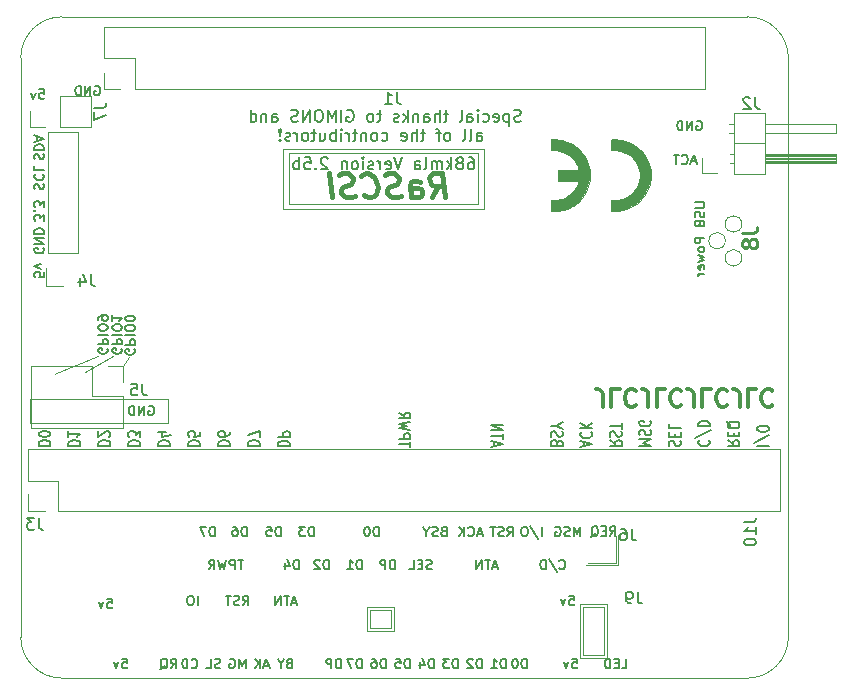
<source format=gbo>
G04 #@! TF.GenerationSoftware,KiCad,Pcbnew,(6.0.2)*
G04 #@! TF.CreationDate,2022-02-14T16:30:21-06:00*
G04 #@! TF.ProjectId,rascsi_2p5,72617363-7369-45f3-9270-352e6b696361,rev?*
G04 #@! TF.SameCoordinates,Original*
G04 #@! TF.FileFunction,Legend,Bot*
G04 #@! TF.FilePolarity,Positive*
%FSLAX46Y46*%
G04 Gerber Fmt 4.6, Leading zero omitted, Abs format (unit mm)*
G04 Created by KiCad (PCBNEW (6.0.2)) date 2022-02-14 16:30:21*
%MOMM*%
%LPD*%
G01*
G04 APERTURE LIST*
%ADD10C,0.120000*%
G04 #@! TA.AperFunction,Profile*
%ADD11C,0.050000*%
G04 #@! TD*
%ADD12C,0.150000*%
%ADD13C,0.400000*%
%ADD14C,0.230000*%
%ADD15C,0.300000*%
%ADD16C,0.010000*%
%ADD17C,0.800000*%
%ADD18C,5.400000*%
%ADD19R,1.700000X1.700000*%
%ADD20O,1.700000X1.700000*%
%ADD21C,2.000000*%
%ADD22R,1.350000X1.350000*%
%ADD23O,1.350000X1.350000*%
%ADD24R,1.800000X1.800000*%
%ADD25C,1.800000*%
%ADD26C,1.545000*%
%ADD27C,4.845000*%
%ADD28C,1.000000*%
G04 APERTURE END LIST*
D10*
X175323500Y-76898500D02*
X175323500Y-76771500D01*
X238760000Y-84328000D02*
X177673000Y-84328000D01*
X225044000Y-88900000D02*
X225044000Y-86360000D01*
X222377000Y-88900000D02*
X225044000Y-88900000D01*
X224917000Y-88773000D02*
X224917000Y-86487000D01*
X222504000Y-88773000D02*
X224917000Y-88773000D01*
X196674500Y-53687000D02*
X196674500Y-58767000D01*
X197182500Y-54068000D02*
X197182500Y-54322000D01*
X213692500Y-58767000D02*
X196674500Y-58767000D01*
X213248000Y-54068000D02*
X213248000Y-58386000D01*
X197182500Y-58386000D02*
X197182500Y-54131500D01*
X213248000Y-58386000D02*
X197182500Y-58386000D01*
X197246000Y-54068000D02*
X197182500Y-54068000D01*
X197246000Y-54068000D02*
X213248000Y-54068000D01*
X213629000Y-53687000D02*
X196674500Y-53687000D01*
X213692500Y-58767000D02*
X213692500Y-53687000D01*
X222082000Y-96536000D02*
X222082000Y-92472000D01*
X221828000Y-92218000D02*
X224114000Y-92218000D01*
X204048000Y-94250000D02*
X204048000Y-92726000D01*
X203794000Y-94504000D02*
X203794000Y-92472000D01*
X205826000Y-92726000D02*
X205826000Y-94250000D01*
X183197500Y-73406000D02*
X183197500Y-72072500D01*
X224114000Y-92218000D02*
X224114000Y-96790000D01*
X222082000Y-92472000D02*
X223860000Y-92472000D01*
X175323500Y-76771500D02*
X175323500Y-74866500D01*
X203937000Y-57954000D02*
X204064000Y-57954000D01*
X175387000Y-72072500D02*
X180530500Y-72072500D01*
X176593500Y-51816000D02*
X175260000Y-51816000D01*
X183197500Y-74612500D02*
X183197500Y-77279500D01*
X175133000Y-81788000D02*
X175133000Y-79121000D01*
X175133000Y-82931000D02*
X175133000Y-84328000D01*
X223860000Y-92472000D02*
X223860000Y-96536000D01*
X205826000Y-94250000D02*
X204048000Y-94250000D01*
X183705500Y-71310500D02*
X183134000Y-72072500D01*
X180530500Y-72072500D02*
X180530500Y-74612500D01*
X176784000Y-62484000D02*
X179387500Y-62484000D01*
X180467000Y-49212500D02*
X177800000Y-49212500D01*
X238760000Y-79121000D02*
X238760000Y-84328000D01*
X206080000Y-94504000D02*
X203794000Y-94504000D01*
X203794000Y-92472000D02*
X206080000Y-92472000D01*
X180467000Y-51816000D02*
X180467000Y-49212500D01*
X221828000Y-96790000D02*
X221828000Y-92218000D01*
X177863500Y-51816000D02*
X180467000Y-51816000D01*
X175260000Y-51816000D02*
X175260000Y-50482500D01*
X223860000Y-96536000D02*
X222082000Y-96536000D01*
X175133000Y-84328000D02*
X176530000Y-84328000D01*
X177673000Y-84328000D02*
X177673000Y-81788000D01*
X179387500Y-62484000D02*
X179387500Y-52260500D01*
X179387500Y-52260500D02*
X176784000Y-52260500D01*
X175133000Y-79121000D02*
X238760000Y-79121000D01*
X183197500Y-77279500D02*
X175387000Y-77279500D01*
X224114000Y-96790000D02*
X221828000Y-96790000D01*
X187007500Y-74866500D02*
X187007500Y-76898500D01*
X177673000Y-81788000D02*
X175133000Y-81788000D01*
X187007500Y-76898500D02*
X175323500Y-76898500D01*
X175387000Y-77279500D02*
X175387000Y-72072500D01*
X176657000Y-63754000D02*
X176657000Y-65278000D01*
X176657000Y-65278000D02*
X178054000Y-65278000D01*
X183197500Y-72072500D02*
X181864000Y-72072500D01*
X176784000Y-52260500D02*
X176784000Y-62484000D01*
X181038500Y-71183500D02*
X177292000Y-72707500D01*
X175323500Y-74866500D02*
X187007500Y-74866500D01*
X206080000Y-92472000D02*
X206080000Y-94504000D01*
X177800000Y-49212500D02*
X177800000Y-51816000D01*
X180530500Y-74612500D02*
X183197500Y-74612500D01*
X204048000Y-92726000D02*
X205826000Y-92726000D01*
X182308500Y-71247000D02*
X179959000Y-72580500D01*
D11*
X178000000Y-42500000D02*
X236000000Y-42500000D01*
X178000000Y-98496000D02*
X236000000Y-98496000D01*
X236000000Y-98496000D02*
G75*
G03*
X239500000Y-94996000I1J3499999D01*
G01*
X174500000Y-46000000D02*
X174500000Y-94996000D01*
X239500000Y-46000000D02*
G75*
G03*
X236000000Y-42500000I-3499999J1D01*
G01*
X178000000Y-42500000D02*
G75*
G03*
X174500000Y-46000000I-1J-3499999D01*
G01*
X174500000Y-94996000D02*
G75*
G03*
X178000000Y-98496000I3499999J-1D01*
G01*
X239500000Y-46000000D02*
X239500000Y-94996000D01*
D12*
X180781523Y-48384000D02*
X180857714Y-48345904D01*
X180972000Y-48345904D01*
X181086285Y-48384000D01*
X181162476Y-48460190D01*
X181200571Y-48536380D01*
X181238666Y-48688761D01*
X181238666Y-48803047D01*
X181200571Y-48955428D01*
X181162476Y-49031619D01*
X181086285Y-49107809D01*
X180972000Y-49145904D01*
X180895809Y-49145904D01*
X180781523Y-49107809D01*
X180743428Y-49069714D01*
X180743428Y-48803047D01*
X180895809Y-48803047D01*
X180400571Y-49145904D02*
X180400571Y-48345904D01*
X179943428Y-49145904D01*
X179943428Y-48345904D01*
X179562476Y-49145904D02*
X179562476Y-48345904D01*
X179372000Y-48345904D01*
X179257714Y-48384000D01*
X179181523Y-48460190D01*
X179143428Y-48536380D01*
X179105333Y-48688761D01*
X179105333Y-48803047D01*
X179143428Y-48955428D01*
X179181523Y-49031619D01*
X179257714Y-49107809D01*
X179372000Y-49145904D01*
X179562476Y-49145904D01*
X176072785Y-48647404D02*
X176453738Y-48647404D01*
X176491833Y-49028357D01*
X176453738Y-48990261D01*
X176377547Y-48952166D01*
X176187071Y-48952166D01*
X176110880Y-48990261D01*
X176072785Y-49028357D01*
X176034690Y-49104547D01*
X176034690Y-49295023D01*
X176072785Y-49371214D01*
X176110880Y-49409309D01*
X176187071Y-49447404D01*
X176377547Y-49447404D01*
X176453738Y-49409309D01*
X176491833Y-49371214D01*
X175768023Y-48914071D02*
X175577547Y-49447404D01*
X175387071Y-48914071D01*
X175698190Y-54565428D02*
X175660095Y-54451142D01*
X175660095Y-54260666D01*
X175698190Y-54184476D01*
X175736285Y-54146380D01*
X175812476Y-54108285D01*
X175888666Y-54108285D01*
X175964857Y-54146380D01*
X176002952Y-54184476D01*
X176041047Y-54260666D01*
X176079142Y-54413047D01*
X176117238Y-54489238D01*
X176155333Y-54527333D01*
X176231523Y-54565428D01*
X176307714Y-54565428D01*
X176383904Y-54527333D01*
X176422000Y-54489238D01*
X176460095Y-54413047D01*
X176460095Y-54222571D01*
X176422000Y-54108285D01*
X175660095Y-53765428D02*
X176460095Y-53765428D01*
X176460095Y-53574952D01*
X176422000Y-53460666D01*
X176345809Y-53384476D01*
X176269619Y-53346380D01*
X176117238Y-53308285D01*
X176002952Y-53308285D01*
X175850571Y-53346380D01*
X175774380Y-53384476D01*
X175698190Y-53460666D01*
X175660095Y-53574952D01*
X175660095Y-53765428D01*
X175888666Y-53003523D02*
X175888666Y-52622571D01*
X175660095Y-53079714D02*
X176460095Y-52813047D01*
X175660095Y-52546380D01*
X175698190Y-57086380D02*
X175660095Y-56972095D01*
X175660095Y-56781619D01*
X175698190Y-56705428D01*
X175736285Y-56667333D01*
X175812476Y-56629238D01*
X175888666Y-56629238D01*
X175964857Y-56667333D01*
X176002952Y-56705428D01*
X176041047Y-56781619D01*
X176079142Y-56934000D01*
X176117238Y-57010190D01*
X176155333Y-57048285D01*
X176231523Y-57086380D01*
X176307714Y-57086380D01*
X176383904Y-57048285D01*
X176422000Y-57010190D01*
X176460095Y-56934000D01*
X176460095Y-56743523D01*
X176422000Y-56629238D01*
X175736285Y-55829238D02*
X175698190Y-55867333D01*
X175660095Y-55981619D01*
X175660095Y-56057809D01*
X175698190Y-56172095D01*
X175774380Y-56248285D01*
X175850571Y-56286380D01*
X176002952Y-56324476D01*
X176117238Y-56324476D01*
X176269619Y-56286380D01*
X176345809Y-56248285D01*
X176422000Y-56172095D01*
X176460095Y-56057809D01*
X176460095Y-55981619D01*
X176422000Y-55867333D01*
X176383904Y-55829238D01*
X175660095Y-55105428D02*
X175660095Y-55486380D01*
X176460095Y-55486380D01*
X176460095Y-59766095D02*
X176460095Y-59270857D01*
X176155333Y-59537523D01*
X176155333Y-59423238D01*
X176117238Y-59347047D01*
X176079142Y-59308952D01*
X176002952Y-59270857D01*
X175812476Y-59270857D01*
X175736285Y-59308952D01*
X175698190Y-59347047D01*
X175660095Y-59423238D01*
X175660095Y-59651809D01*
X175698190Y-59728000D01*
X175736285Y-59766095D01*
X175736285Y-58928000D02*
X175698190Y-58889904D01*
X175660095Y-58928000D01*
X175698190Y-58966095D01*
X175736285Y-58928000D01*
X175660095Y-58928000D01*
X176460095Y-58623238D02*
X176460095Y-58128000D01*
X176155333Y-58394666D01*
X176155333Y-58280380D01*
X176117238Y-58204190D01*
X176079142Y-58166095D01*
X176002952Y-58128000D01*
X175812476Y-58128000D01*
X175736285Y-58166095D01*
X175698190Y-58204190D01*
X175660095Y-58280380D01*
X175660095Y-58508952D01*
X175698190Y-58585142D01*
X175736285Y-58623238D01*
X176422000Y-62077523D02*
X176460095Y-62153714D01*
X176460095Y-62268000D01*
X176422000Y-62382285D01*
X176345809Y-62458476D01*
X176269619Y-62496571D01*
X176117238Y-62534666D01*
X176002952Y-62534666D01*
X175850571Y-62496571D01*
X175774380Y-62458476D01*
X175698190Y-62382285D01*
X175660095Y-62268000D01*
X175660095Y-62191809D01*
X175698190Y-62077523D01*
X175736285Y-62039428D01*
X176002952Y-62039428D01*
X176002952Y-62191809D01*
X175660095Y-61696571D02*
X176460095Y-61696571D01*
X175660095Y-61239428D01*
X176460095Y-61239428D01*
X175660095Y-60858476D02*
X176460095Y-60858476D01*
X176460095Y-60668000D01*
X176422000Y-60553714D01*
X176345809Y-60477523D01*
X176269619Y-60439428D01*
X176117238Y-60401333D01*
X176002952Y-60401333D01*
X175850571Y-60439428D01*
X175774380Y-60477523D01*
X175698190Y-60553714D01*
X175660095Y-60668000D01*
X175660095Y-60858476D01*
X176460095Y-64122285D02*
X176460095Y-64503238D01*
X176079142Y-64541333D01*
X176117238Y-64503238D01*
X176155333Y-64427047D01*
X176155333Y-64236571D01*
X176117238Y-64160380D01*
X176079142Y-64122285D01*
X176002952Y-64084190D01*
X175812476Y-64084190D01*
X175736285Y-64122285D01*
X175698190Y-64160380D01*
X175660095Y-64236571D01*
X175660095Y-64427047D01*
X175698190Y-64503238D01*
X175736285Y-64541333D01*
X176193428Y-63817523D02*
X175660095Y-63627047D01*
X176193428Y-63436571D01*
X181819500Y-70586452D02*
X181857595Y-70662642D01*
X181857595Y-70776928D01*
X181819500Y-70891214D01*
X181743309Y-70967404D01*
X181667119Y-71005500D01*
X181514738Y-71043595D01*
X181400452Y-71043595D01*
X181248071Y-71005500D01*
X181171880Y-70967404D01*
X181095690Y-70891214D01*
X181057595Y-70776928D01*
X181057595Y-70700738D01*
X181095690Y-70586452D01*
X181133785Y-70548357D01*
X181400452Y-70548357D01*
X181400452Y-70700738D01*
X181057595Y-70205500D02*
X181857595Y-70205500D01*
X181857595Y-69900738D01*
X181819500Y-69824547D01*
X181781404Y-69786452D01*
X181705214Y-69748357D01*
X181590928Y-69748357D01*
X181514738Y-69786452D01*
X181476642Y-69824547D01*
X181438547Y-69900738D01*
X181438547Y-70205500D01*
X181057595Y-69405500D02*
X181857595Y-69405500D01*
X181857595Y-68872166D02*
X181857595Y-68719785D01*
X181819500Y-68643595D01*
X181743309Y-68567404D01*
X181590928Y-68529309D01*
X181324261Y-68529309D01*
X181171880Y-68567404D01*
X181095690Y-68643595D01*
X181057595Y-68719785D01*
X181057595Y-68872166D01*
X181095690Y-68948357D01*
X181171880Y-69024547D01*
X181324261Y-69062642D01*
X181590928Y-69062642D01*
X181743309Y-69024547D01*
X181819500Y-68948357D01*
X181857595Y-68872166D01*
X181057595Y-68148357D02*
X181057595Y-67995976D01*
X181095690Y-67919785D01*
X181133785Y-67881690D01*
X181248071Y-67805500D01*
X181400452Y-67767404D01*
X181705214Y-67767404D01*
X181781404Y-67805500D01*
X181819500Y-67843595D01*
X181857595Y-67919785D01*
X181857595Y-68072166D01*
X181819500Y-68148357D01*
X181781404Y-68186452D01*
X181705214Y-68224547D01*
X181514738Y-68224547D01*
X181438547Y-68186452D01*
X181400452Y-68148357D01*
X181362357Y-68072166D01*
X181362357Y-67919785D01*
X181400452Y-67843595D01*
X181438547Y-67805500D01*
X181514738Y-67767404D01*
X185331023Y-75482500D02*
X185407214Y-75444404D01*
X185521500Y-75444404D01*
X185635785Y-75482500D01*
X185711976Y-75558690D01*
X185750071Y-75634880D01*
X185788166Y-75787261D01*
X185788166Y-75901547D01*
X185750071Y-76053928D01*
X185711976Y-76130119D01*
X185635785Y-76206309D01*
X185521500Y-76244404D01*
X185445309Y-76244404D01*
X185331023Y-76206309D01*
X185292928Y-76168214D01*
X185292928Y-75901547D01*
X185445309Y-75901547D01*
X184950071Y-76244404D02*
X184950071Y-75444404D01*
X184492928Y-76244404D01*
X184492928Y-75444404D01*
X184111976Y-76244404D02*
X184111976Y-75444404D01*
X183921500Y-75444404D01*
X183807214Y-75482500D01*
X183731023Y-75558690D01*
X183692928Y-75634880D01*
X183654833Y-75787261D01*
X183654833Y-75901547D01*
X183692928Y-76053928D01*
X183731023Y-76130119D01*
X183807214Y-76206309D01*
X183921500Y-76244404D01*
X184111976Y-76244404D01*
X231654238Y-54743333D02*
X231273285Y-54743333D01*
X231730428Y-54971904D02*
X231463761Y-54171904D01*
X231197095Y-54971904D01*
X230473285Y-54895714D02*
X230511380Y-54933809D01*
X230625666Y-54971904D01*
X230701857Y-54971904D01*
X230816142Y-54933809D01*
X230892333Y-54857619D01*
X230930428Y-54781428D01*
X230968523Y-54629047D01*
X230968523Y-54514761D01*
X230930428Y-54362380D01*
X230892333Y-54286190D01*
X230816142Y-54210000D01*
X230701857Y-54171904D01*
X230625666Y-54171904D01*
X230511380Y-54210000D01*
X230473285Y-54248095D01*
X230244714Y-54171904D02*
X229787571Y-54171904D01*
X230016142Y-54971904D02*
X230016142Y-54171904D01*
X231591904Y-58194285D02*
X232239523Y-58194285D01*
X232315714Y-58232380D01*
X232353809Y-58270476D01*
X232391904Y-58346666D01*
X232391904Y-58499047D01*
X232353809Y-58575238D01*
X232315714Y-58613333D01*
X232239523Y-58651428D01*
X231591904Y-58651428D01*
X232353809Y-58994285D02*
X232391904Y-59108571D01*
X232391904Y-59299047D01*
X232353809Y-59375238D01*
X232315714Y-59413333D01*
X232239523Y-59451428D01*
X232163333Y-59451428D01*
X232087142Y-59413333D01*
X232049047Y-59375238D01*
X232010952Y-59299047D01*
X231972857Y-59146666D01*
X231934761Y-59070476D01*
X231896666Y-59032380D01*
X231820476Y-58994285D01*
X231744285Y-58994285D01*
X231668095Y-59032380D01*
X231630000Y-59070476D01*
X231591904Y-59146666D01*
X231591904Y-59337142D01*
X231630000Y-59451428D01*
X231972857Y-60060952D02*
X232010952Y-60175238D01*
X232049047Y-60213333D01*
X232125238Y-60251428D01*
X232239523Y-60251428D01*
X232315714Y-60213333D01*
X232353809Y-60175238D01*
X232391904Y-60099047D01*
X232391904Y-59794285D01*
X231591904Y-59794285D01*
X231591904Y-60060952D01*
X231630000Y-60137142D01*
X231668095Y-60175238D01*
X231744285Y-60213333D01*
X231820476Y-60213333D01*
X231896666Y-60175238D01*
X231934761Y-60137142D01*
X231972857Y-60060952D01*
X231972857Y-59794285D01*
X232391904Y-61203809D02*
X231591904Y-61203809D01*
X231591904Y-61508571D01*
X231630000Y-61584761D01*
X231668095Y-61622857D01*
X231744285Y-61660952D01*
X231858571Y-61660952D01*
X231934761Y-61622857D01*
X231972857Y-61584761D01*
X232010952Y-61508571D01*
X232010952Y-61203809D01*
X232391904Y-62118095D02*
X232353809Y-62041904D01*
X232315714Y-62003809D01*
X232239523Y-61965714D01*
X232010952Y-61965714D01*
X231934761Y-62003809D01*
X231896666Y-62041904D01*
X231858571Y-62118095D01*
X231858571Y-62232380D01*
X231896666Y-62308571D01*
X231934761Y-62346666D01*
X232010952Y-62384761D01*
X232239523Y-62384761D01*
X232315714Y-62346666D01*
X232353809Y-62308571D01*
X232391904Y-62232380D01*
X232391904Y-62118095D01*
X231858571Y-62651428D02*
X232391904Y-62803809D01*
X232010952Y-62956190D01*
X232391904Y-63108571D01*
X231858571Y-63260952D01*
X232353809Y-63870476D02*
X232391904Y-63794285D01*
X232391904Y-63641904D01*
X232353809Y-63565714D01*
X232277619Y-63527619D01*
X231972857Y-63527619D01*
X231896666Y-63565714D01*
X231858571Y-63641904D01*
X231858571Y-63794285D01*
X231896666Y-63870476D01*
X231972857Y-63908571D01*
X232049047Y-63908571D01*
X232125238Y-63527619D01*
X232391904Y-64251428D02*
X231858571Y-64251428D01*
X232010952Y-64251428D02*
X231934761Y-64289523D01*
X231896666Y-64327619D01*
X231858571Y-64403809D01*
X231858571Y-64480000D01*
X231749523Y-51352500D02*
X231825714Y-51314404D01*
X231940000Y-51314404D01*
X232054285Y-51352500D01*
X232130476Y-51428690D01*
X232168571Y-51504880D01*
X232206666Y-51657261D01*
X232206666Y-51771547D01*
X232168571Y-51923928D01*
X232130476Y-52000119D01*
X232054285Y-52076309D01*
X231940000Y-52114404D01*
X231863809Y-52114404D01*
X231749523Y-52076309D01*
X231711428Y-52038214D01*
X231711428Y-51771547D01*
X231863809Y-51771547D01*
X231368571Y-52114404D02*
X231368571Y-51314404D01*
X230911428Y-52114404D01*
X230911428Y-51314404D01*
X230530476Y-52114404D02*
X230530476Y-51314404D01*
X230340000Y-51314404D01*
X230225714Y-51352500D01*
X230149523Y-51428690D01*
X230111428Y-51504880D01*
X230073333Y-51657261D01*
X230073333Y-51771547D01*
X230111428Y-51923928D01*
X230149523Y-52000119D01*
X230225714Y-52076309D01*
X230340000Y-52114404D01*
X230530476Y-52114404D01*
X212437476Y-54409380D02*
X212627952Y-54409380D01*
X212723190Y-54457000D01*
X212770809Y-54504619D01*
X212866047Y-54647476D01*
X212913666Y-54837952D01*
X212913666Y-55218904D01*
X212866047Y-55314142D01*
X212818428Y-55361761D01*
X212723190Y-55409380D01*
X212532714Y-55409380D01*
X212437476Y-55361761D01*
X212389857Y-55314142D01*
X212342238Y-55218904D01*
X212342238Y-54980809D01*
X212389857Y-54885571D01*
X212437476Y-54837952D01*
X212532714Y-54790333D01*
X212723190Y-54790333D01*
X212818428Y-54837952D01*
X212866047Y-54885571D01*
X212913666Y-54980809D01*
X211770809Y-54837952D02*
X211866047Y-54790333D01*
X211913666Y-54742714D01*
X211961285Y-54647476D01*
X211961285Y-54599857D01*
X211913666Y-54504619D01*
X211866047Y-54457000D01*
X211770809Y-54409380D01*
X211580333Y-54409380D01*
X211485095Y-54457000D01*
X211437476Y-54504619D01*
X211389857Y-54599857D01*
X211389857Y-54647476D01*
X211437476Y-54742714D01*
X211485095Y-54790333D01*
X211580333Y-54837952D01*
X211770809Y-54837952D01*
X211866047Y-54885571D01*
X211913666Y-54933190D01*
X211961285Y-55028428D01*
X211961285Y-55218904D01*
X211913666Y-55314142D01*
X211866047Y-55361761D01*
X211770809Y-55409380D01*
X211580333Y-55409380D01*
X211485095Y-55361761D01*
X211437476Y-55314142D01*
X211389857Y-55218904D01*
X211389857Y-55028428D01*
X211437476Y-54933190D01*
X211485095Y-54885571D01*
X211580333Y-54837952D01*
X210961285Y-55409380D02*
X210961285Y-54409380D01*
X210866047Y-55028428D02*
X210580333Y-55409380D01*
X210580333Y-54742714D02*
X210961285Y-55123666D01*
X210151761Y-55409380D02*
X210151761Y-54742714D01*
X210151761Y-54837952D02*
X210104142Y-54790333D01*
X210008904Y-54742714D01*
X209866047Y-54742714D01*
X209770809Y-54790333D01*
X209723190Y-54885571D01*
X209723190Y-55409380D01*
X209723190Y-54885571D02*
X209675571Y-54790333D01*
X209580333Y-54742714D01*
X209437476Y-54742714D01*
X209342238Y-54790333D01*
X209294619Y-54885571D01*
X209294619Y-55409380D01*
X208675571Y-55409380D02*
X208770809Y-55361761D01*
X208818428Y-55266523D01*
X208818428Y-54409380D01*
X207866047Y-55409380D02*
X207866047Y-54885571D01*
X207913666Y-54790333D01*
X208008904Y-54742714D01*
X208199380Y-54742714D01*
X208294619Y-54790333D01*
X207866047Y-55361761D02*
X207961285Y-55409380D01*
X208199380Y-55409380D01*
X208294619Y-55361761D01*
X208342238Y-55266523D01*
X208342238Y-55171285D01*
X208294619Y-55076047D01*
X208199380Y-55028428D01*
X207961285Y-55028428D01*
X207866047Y-54980809D01*
X206770809Y-54409380D02*
X206437476Y-55409380D01*
X206104142Y-54409380D01*
X205389857Y-55361761D02*
X205485095Y-55409380D01*
X205675571Y-55409380D01*
X205770809Y-55361761D01*
X205818428Y-55266523D01*
X205818428Y-54885571D01*
X205770809Y-54790333D01*
X205675571Y-54742714D01*
X205485095Y-54742714D01*
X205389857Y-54790333D01*
X205342238Y-54885571D01*
X205342238Y-54980809D01*
X205818428Y-55076047D01*
X204913666Y-55409380D02*
X204913666Y-54742714D01*
X204913666Y-54933190D02*
X204866047Y-54837952D01*
X204818428Y-54790333D01*
X204723190Y-54742714D01*
X204627952Y-54742714D01*
X204342238Y-55361761D02*
X204247000Y-55409380D01*
X204056523Y-55409380D01*
X203961285Y-55361761D01*
X203913666Y-55266523D01*
X203913666Y-55218904D01*
X203961285Y-55123666D01*
X204056523Y-55076047D01*
X204199380Y-55076047D01*
X204294619Y-55028428D01*
X204342238Y-54933190D01*
X204342238Y-54885571D01*
X204294619Y-54790333D01*
X204199380Y-54742714D01*
X204056523Y-54742714D01*
X203961285Y-54790333D01*
X203485095Y-55409380D02*
X203485095Y-54742714D01*
X203485095Y-54409380D02*
X203532714Y-54457000D01*
X203485095Y-54504619D01*
X203437476Y-54457000D01*
X203485095Y-54409380D01*
X203485095Y-54504619D01*
X202866047Y-55409380D02*
X202961285Y-55361761D01*
X203008904Y-55314142D01*
X203056523Y-55218904D01*
X203056523Y-54933190D01*
X203008904Y-54837952D01*
X202961285Y-54790333D01*
X202866047Y-54742714D01*
X202723190Y-54742714D01*
X202627952Y-54790333D01*
X202580333Y-54837952D01*
X202532714Y-54933190D01*
X202532714Y-55218904D01*
X202580333Y-55314142D01*
X202627952Y-55361761D01*
X202723190Y-55409380D01*
X202866047Y-55409380D01*
X202104142Y-54742714D02*
X202104142Y-55409380D01*
X202104142Y-54837952D02*
X202056523Y-54790333D01*
X201961285Y-54742714D01*
X201818428Y-54742714D01*
X201723190Y-54790333D01*
X201675571Y-54885571D01*
X201675571Y-55409380D01*
X200485095Y-54504619D02*
X200437476Y-54457000D01*
X200342238Y-54409380D01*
X200104142Y-54409380D01*
X200008904Y-54457000D01*
X199961285Y-54504619D01*
X199913666Y-54599857D01*
X199913666Y-54695095D01*
X199961285Y-54837952D01*
X200532714Y-55409380D01*
X199913666Y-55409380D01*
X199485095Y-55314142D02*
X199437476Y-55361761D01*
X199485095Y-55409380D01*
X199532714Y-55361761D01*
X199485095Y-55314142D01*
X199485095Y-55409380D01*
X198532714Y-54409380D02*
X199008904Y-54409380D01*
X199056523Y-54885571D01*
X199008904Y-54837952D01*
X198913666Y-54790333D01*
X198675571Y-54790333D01*
X198580333Y-54837952D01*
X198532714Y-54885571D01*
X198485095Y-54980809D01*
X198485095Y-55218904D01*
X198532714Y-55314142D01*
X198580333Y-55361761D01*
X198675571Y-55409380D01*
X198913666Y-55409380D01*
X199008904Y-55361761D01*
X199056523Y-55314142D01*
X198056523Y-55409380D02*
X198056523Y-54409380D01*
X198056523Y-54790333D02*
X197961285Y-54742714D01*
X197770809Y-54742714D01*
X197675571Y-54790333D01*
X197627952Y-54837952D01*
X197580333Y-54933190D01*
X197580333Y-55218904D01*
X197627952Y-55314142D01*
X197675571Y-55361761D01*
X197770809Y-55409380D01*
X197961285Y-55409380D01*
X198056523Y-55361761D01*
D13*
X209293511Y-57766761D02*
X209841130Y-56814380D01*
X210436369Y-57766761D02*
X210186369Y-55766761D01*
X209424464Y-55766761D01*
X209245892Y-55862000D01*
X209162559Y-55957238D01*
X209091130Y-56147714D01*
X209126845Y-56433428D01*
X209245892Y-56623904D01*
X209353035Y-56719142D01*
X209555416Y-56814380D01*
X210317321Y-56814380D01*
X207579226Y-57766761D02*
X207448273Y-56719142D01*
X207519702Y-56528666D01*
X207698273Y-56433428D01*
X208079226Y-56433428D01*
X208281607Y-56528666D01*
X207567321Y-57671523D02*
X207769702Y-57766761D01*
X208245892Y-57766761D01*
X208424464Y-57671523D01*
X208495892Y-57481047D01*
X208472083Y-57290571D01*
X208353035Y-57100095D01*
X208150654Y-57004857D01*
X207674464Y-57004857D01*
X207472083Y-56909619D01*
X206710178Y-57671523D02*
X206436369Y-57766761D01*
X205960178Y-57766761D01*
X205757797Y-57671523D01*
X205650654Y-57576285D01*
X205531607Y-57385809D01*
X205507797Y-57195333D01*
X205579226Y-57004857D01*
X205662559Y-56909619D01*
X205841130Y-56814380D01*
X206210178Y-56719142D01*
X206388750Y-56623904D01*
X206472083Y-56528666D01*
X206543511Y-56338190D01*
X206519702Y-56147714D01*
X206400654Y-55957238D01*
X206293511Y-55862000D01*
X206091130Y-55766761D01*
X205614940Y-55766761D01*
X205341130Y-55862000D01*
X203555416Y-57576285D02*
X203662559Y-57671523D01*
X203960178Y-57766761D01*
X204150654Y-57766761D01*
X204424464Y-57671523D01*
X204591130Y-57481047D01*
X204662559Y-57290571D01*
X204710178Y-56909619D01*
X204674464Y-56623904D01*
X204531607Y-56242952D01*
X204412559Y-56052476D01*
X204198273Y-55862000D01*
X203900654Y-55766761D01*
X203710178Y-55766761D01*
X203436369Y-55862000D01*
X203353035Y-55957238D01*
X202805416Y-57671523D02*
X202531607Y-57766761D01*
X202055416Y-57766761D01*
X201853035Y-57671523D01*
X201745892Y-57576285D01*
X201626845Y-57385809D01*
X201603035Y-57195333D01*
X201674464Y-57004857D01*
X201757797Y-56909619D01*
X201936369Y-56814380D01*
X202305416Y-56719142D01*
X202483988Y-56623904D01*
X202567321Y-56528666D01*
X202638750Y-56338190D01*
X202614940Y-56147714D01*
X202495892Y-55957238D01*
X202388750Y-55862000D01*
X202186369Y-55766761D01*
X201710178Y-55766761D01*
X201436369Y-55862000D01*
X200817321Y-57766761D02*
X200567321Y-55766761D01*
D12*
X236847119Y-78822476D02*
X237847119Y-78822476D01*
X237894738Y-77870095D02*
X236609023Y-78555809D01*
X237847119Y-77451047D02*
X237847119Y-77298666D01*
X237799500Y-77222476D01*
X237704261Y-77146285D01*
X237513785Y-77108190D01*
X237180452Y-77108190D01*
X236989976Y-77146285D01*
X236894738Y-77222476D01*
X236847119Y-77298666D01*
X236847119Y-77451047D01*
X236894738Y-77527238D01*
X236989976Y-77603428D01*
X237180452Y-77641523D01*
X237513785Y-77641523D01*
X237704261Y-77603428D01*
X237799500Y-77527238D01*
X237847119Y-77451047D01*
X224373903Y-78365333D02*
X224850093Y-78631999D01*
X224373903Y-78822476D02*
X225373903Y-78822476D01*
X225373903Y-78517714D01*
X225326284Y-78441523D01*
X225278664Y-78403428D01*
X225183426Y-78365333D01*
X225040569Y-78365333D01*
X224945331Y-78403428D01*
X224897712Y-78441523D01*
X224850093Y-78517714D01*
X224850093Y-78822476D01*
X224421522Y-78060571D02*
X224373903Y-77946285D01*
X224373903Y-77755809D01*
X224421522Y-77679618D01*
X224469141Y-77641523D01*
X224564379Y-77603428D01*
X224659617Y-77603428D01*
X224754855Y-77641523D01*
X224802474Y-77679618D01*
X224850093Y-77755809D01*
X224897712Y-77908190D01*
X224945331Y-77984380D01*
X224992950Y-78022476D01*
X225088188Y-78060571D01*
X225183426Y-78060571D01*
X225278664Y-78022476D01*
X225326284Y-77984380D01*
X225373903Y-77908190D01*
X225373903Y-77717714D01*
X225326284Y-77603428D01*
X225373903Y-77374857D02*
X225373903Y-76917714D01*
X224373903Y-77146285D02*
X225373903Y-77146285D01*
X229410806Y-78860571D02*
X229363187Y-78746286D01*
X229363187Y-78555809D01*
X229410806Y-78479619D01*
X229458425Y-78441524D01*
X229553663Y-78403428D01*
X229648901Y-78403428D01*
X229744139Y-78441524D01*
X229791758Y-78479619D01*
X229839377Y-78555809D01*
X229886996Y-78708190D01*
X229934615Y-78784381D01*
X229982234Y-78822476D01*
X230077472Y-78860571D01*
X230172710Y-78860571D01*
X230267948Y-78822476D01*
X230315568Y-78784381D01*
X230363187Y-78708190D01*
X230363187Y-78517714D01*
X230315568Y-78403428D01*
X229886996Y-78060571D02*
X229886996Y-77793905D01*
X229363187Y-77679619D02*
X229363187Y-78060571D01*
X230363187Y-78060571D01*
X230363187Y-77679619D01*
X229363187Y-76955809D02*
X229363187Y-77336762D01*
X230363187Y-77336762D01*
X176014119Y-78822476D02*
X177014119Y-78822476D01*
X177014119Y-78632000D01*
X176966500Y-78517714D01*
X176871261Y-78441523D01*
X176776023Y-78403428D01*
X176585547Y-78365333D01*
X176442690Y-78365333D01*
X176252214Y-78403428D01*
X176156976Y-78441523D01*
X176061738Y-78517714D01*
X176014119Y-78632000D01*
X176014119Y-78822476D01*
X177014119Y-77870095D02*
X177014119Y-77793904D01*
X176966500Y-77717714D01*
X176918880Y-77679619D01*
X176823642Y-77641523D01*
X176633166Y-77603428D01*
X176395071Y-77603428D01*
X176204595Y-77641523D01*
X176109357Y-77679619D01*
X176061738Y-77717714D01*
X176014119Y-77793904D01*
X176014119Y-77870095D01*
X176061738Y-77946285D01*
X176109357Y-77984380D01*
X176204595Y-78022476D01*
X176395071Y-78060571D01*
X176633166Y-78060571D01*
X176823642Y-78022476D01*
X176918880Y-77984380D01*
X176966500Y-77946285D01*
X177014119Y-77870095D01*
X188674429Y-78822476D02*
X189674429Y-78822476D01*
X189674429Y-78632000D01*
X189626810Y-78517714D01*
X189531571Y-78441523D01*
X189436333Y-78403428D01*
X189245857Y-78365333D01*
X189103000Y-78365333D01*
X188912524Y-78403428D01*
X188817286Y-78441523D01*
X188722048Y-78517714D01*
X188674429Y-78632000D01*
X188674429Y-78822476D01*
X189674429Y-77641523D02*
X189674429Y-78022476D01*
X189198238Y-78060571D01*
X189245857Y-78022476D01*
X189293476Y-77946285D01*
X189293476Y-77755809D01*
X189245857Y-77679619D01*
X189198238Y-77641523D01*
X189103000Y-77603428D01*
X188864905Y-77603428D01*
X188769667Y-77641523D01*
X188722048Y-77679619D01*
X188674429Y-77755809D01*
X188674429Y-77946285D01*
X188722048Y-78022476D01*
X188769667Y-78060571D01*
X219908428Y-78555809D02*
X219860809Y-78441523D01*
X219813190Y-78403428D01*
X219717952Y-78365333D01*
X219575095Y-78365333D01*
X219479857Y-78403428D01*
X219432238Y-78441523D01*
X219384619Y-78517714D01*
X219384619Y-78822476D01*
X220384619Y-78822476D01*
X220384619Y-78555809D01*
X220337000Y-78479619D01*
X220289380Y-78441523D01*
X220194142Y-78403428D01*
X220098904Y-78403428D01*
X220003666Y-78441523D01*
X219956047Y-78479619D01*
X219908428Y-78555809D01*
X219908428Y-78822476D01*
X219432238Y-78060571D02*
X219384619Y-77946285D01*
X219384619Y-77755809D01*
X219432238Y-77679619D01*
X219479857Y-77641523D01*
X219575095Y-77603428D01*
X219670333Y-77603428D01*
X219765571Y-77641523D01*
X219813190Y-77679619D01*
X219860809Y-77755809D01*
X219908428Y-77908190D01*
X219956047Y-77984381D01*
X220003666Y-78022476D01*
X220098904Y-78060571D01*
X220194142Y-78060571D01*
X220289380Y-78022476D01*
X220337000Y-77984381D01*
X220384619Y-77908190D01*
X220384619Y-77717714D01*
X220337000Y-77603428D01*
X219860809Y-77108190D02*
X219384619Y-77108190D01*
X220384619Y-77374857D02*
X219860809Y-77108190D01*
X220384619Y-76841523D01*
X191206491Y-78822476D02*
X192206491Y-78822476D01*
X192206491Y-78632000D01*
X192158872Y-78517714D01*
X192063633Y-78441523D01*
X191968395Y-78403428D01*
X191777919Y-78365333D01*
X191635062Y-78365333D01*
X191444586Y-78403428D01*
X191349348Y-78441523D01*
X191254110Y-78517714D01*
X191206491Y-78632000D01*
X191206491Y-78822476D01*
X192206491Y-77679619D02*
X192206491Y-77832000D01*
X192158872Y-77908190D01*
X192111252Y-77946285D01*
X191968395Y-78022476D01*
X191777919Y-78060571D01*
X191396967Y-78060571D01*
X191301729Y-78022476D01*
X191254110Y-77984380D01*
X191206491Y-77908190D01*
X191206491Y-77755809D01*
X191254110Y-77679619D01*
X191301729Y-77641523D01*
X191396967Y-77603428D01*
X191635062Y-77603428D01*
X191730300Y-77641523D01*
X191777919Y-77679619D01*
X191825538Y-77755809D01*
X191825538Y-77908190D01*
X191777919Y-77984380D01*
X191730300Y-78022476D01*
X191635062Y-78060571D01*
X178546181Y-78822476D02*
X179546181Y-78822476D01*
X179546181Y-78632000D01*
X179498562Y-78517714D01*
X179403323Y-78441523D01*
X179308085Y-78403428D01*
X179117609Y-78365333D01*
X178974752Y-78365333D01*
X178784276Y-78403428D01*
X178689038Y-78441523D01*
X178593800Y-78517714D01*
X178546181Y-78632000D01*
X178546181Y-78822476D01*
X178546181Y-77603428D02*
X178546181Y-78060571D01*
X178546181Y-77832000D02*
X179546181Y-77832000D01*
X179403323Y-77908190D01*
X179308085Y-77984380D01*
X179260466Y-78060571D01*
X186142367Y-78822476D02*
X187142367Y-78822476D01*
X187142367Y-78632000D01*
X187094748Y-78517714D01*
X186999509Y-78441523D01*
X186904271Y-78403428D01*
X186713795Y-78365333D01*
X186570938Y-78365333D01*
X186380462Y-78403428D01*
X186285224Y-78441523D01*
X186189986Y-78517714D01*
X186142367Y-78632000D01*
X186142367Y-78822476D01*
X186809033Y-77679619D02*
X186142367Y-77679619D01*
X187189986Y-77870095D02*
X186475700Y-78060571D01*
X186475700Y-77565333D01*
X181078243Y-78822476D02*
X182078243Y-78822476D01*
X182078243Y-78632000D01*
X182030624Y-78517714D01*
X181935385Y-78441523D01*
X181840147Y-78403428D01*
X181649671Y-78365333D01*
X181506814Y-78365333D01*
X181316338Y-78403428D01*
X181221100Y-78441523D01*
X181125862Y-78517714D01*
X181078243Y-78632000D01*
X181078243Y-78822476D01*
X181983004Y-78060571D02*
X182030624Y-78022476D01*
X182078243Y-77946285D01*
X182078243Y-77755809D01*
X182030624Y-77679619D01*
X181983004Y-77641523D01*
X181887766Y-77603428D01*
X181792528Y-77603428D01*
X181649671Y-77641523D01*
X181078243Y-78098666D01*
X181078243Y-77603428D01*
X226868545Y-78822477D02*
X227868545Y-78822477D01*
X227154259Y-78555810D01*
X227868545Y-78289143D01*
X226868545Y-78289143D01*
X226916164Y-77946286D02*
X226868545Y-77832000D01*
X226868545Y-77641524D01*
X226916164Y-77565334D01*
X226963783Y-77527238D01*
X227059021Y-77489143D01*
X227154259Y-77489143D01*
X227249497Y-77527238D01*
X227297116Y-77565334D01*
X227344735Y-77641524D01*
X227392354Y-77793905D01*
X227439973Y-77870096D01*
X227487592Y-77908191D01*
X227582830Y-77946286D01*
X227678068Y-77946286D01*
X227773306Y-77908191D01*
X227820926Y-77870096D01*
X227868545Y-77793905D01*
X227868545Y-77603429D01*
X227820926Y-77489143D01*
X227820926Y-76727238D02*
X227868545Y-76803429D01*
X227868545Y-76917715D01*
X227820926Y-77032000D01*
X227725687Y-77108191D01*
X227630449Y-77146286D01*
X227439973Y-77184381D01*
X227297116Y-77184381D01*
X227106640Y-77146286D01*
X227011402Y-77108191D01*
X226916164Y-77032000D01*
X226868545Y-76917715D01*
X226868545Y-76841524D01*
X226916164Y-76727238D01*
X226963783Y-76689143D01*
X227297116Y-76689143D01*
X227297116Y-76841524D01*
X207494119Y-78936762D02*
X207494119Y-78479619D01*
X206494119Y-78708190D02*
X207494119Y-78708190D01*
X206494119Y-78212952D02*
X207494119Y-78212952D01*
X207494119Y-77908190D01*
X207446500Y-77832000D01*
X207398880Y-77793905D01*
X207303642Y-77755809D01*
X207160785Y-77755809D01*
X207065547Y-77793905D01*
X207017928Y-77832000D01*
X206970309Y-77908190D01*
X206970309Y-78212952D01*
X207494119Y-77489143D02*
X206494119Y-77298667D01*
X207208404Y-77146286D01*
X206494119Y-76993905D01*
X207494119Y-76803428D01*
X206494119Y-76041524D02*
X206970309Y-76308190D01*
X206494119Y-76498667D02*
X207494119Y-76498667D01*
X207494119Y-76193905D01*
X207446500Y-76117714D01*
X207398880Y-76079619D01*
X207303642Y-76041524D01*
X207160785Y-76041524D01*
X207065547Y-76079619D01*
X207017928Y-76117714D01*
X206970309Y-76193905D01*
X206970309Y-76498667D01*
X183610305Y-78822476D02*
X184610305Y-78822476D01*
X184610305Y-78632000D01*
X184562686Y-78517714D01*
X184467447Y-78441523D01*
X184372209Y-78403428D01*
X184181733Y-78365333D01*
X184038876Y-78365333D01*
X183848400Y-78403428D01*
X183753162Y-78441523D01*
X183657924Y-78517714D01*
X183610305Y-78632000D01*
X183610305Y-78822476D01*
X184610305Y-78098666D02*
X184610305Y-77603428D01*
X184229352Y-77870095D01*
X184229352Y-77755809D01*
X184181733Y-77679619D01*
X184134114Y-77641523D01*
X184038876Y-77603428D01*
X183800781Y-77603428D01*
X183705543Y-77641523D01*
X183657924Y-77679619D01*
X183610305Y-77755809D01*
X183610305Y-77984380D01*
X183657924Y-78060571D01*
X183705543Y-78098666D01*
X231953067Y-78365333D02*
X231905448Y-78403428D01*
X231857829Y-78517714D01*
X231857829Y-78593905D01*
X231905448Y-78708190D01*
X232000686Y-78784381D01*
X232095924Y-78822476D01*
X232286400Y-78860571D01*
X232429257Y-78860571D01*
X232619733Y-78822476D01*
X232714971Y-78784381D01*
X232810210Y-78708190D01*
X232857829Y-78593905D01*
X232857829Y-78517714D01*
X232810210Y-78403428D01*
X232762590Y-78365333D01*
X232905448Y-77451047D02*
X231619733Y-78136762D01*
X231857829Y-77184381D02*
X232857829Y-77184381D01*
X232857829Y-76993905D01*
X232810210Y-76879619D01*
X232714971Y-76803428D01*
X232619733Y-76765333D01*
X232429257Y-76727238D01*
X232286400Y-76727238D01*
X232095924Y-76765333D01*
X232000686Y-76803428D01*
X231905448Y-76879619D01*
X231857829Y-76993905D01*
X231857829Y-77184381D01*
X222164975Y-78860572D02*
X222164975Y-78479619D01*
X221879261Y-78936762D02*
X222879261Y-78670096D01*
X221879261Y-78403429D01*
X221974499Y-77679619D02*
X221926880Y-77717715D01*
X221879261Y-77832000D01*
X221879261Y-77908191D01*
X221926880Y-78022476D01*
X222022118Y-78098667D01*
X222117356Y-78136762D01*
X222307832Y-78174857D01*
X222450689Y-78174857D01*
X222641165Y-78136762D01*
X222736403Y-78098667D01*
X222831642Y-78022476D01*
X222879261Y-77908191D01*
X222879261Y-77832000D01*
X222831642Y-77717715D01*
X222784022Y-77679619D01*
X221879261Y-77336762D02*
X222879261Y-77336762D01*
X221879261Y-76879619D02*
X222450689Y-77222476D01*
X222879261Y-76879619D02*
X222307832Y-77336762D01*
X214590333Y-78860571D02*
X214590333Y-78479619D01*
X214304619Y-78936762D02*
X215304619Y-78670095D01*
X214304619Y-78403428D01*
X215304619Y-78251047D02*
X215304619Y-77793905D01*
X214304619Y-78022476D02*
X215304619Y-78022476D01*
X214304619Y-77527238D02*
X215304619Y-77527238D01*
X214304619Y-77070095D01*
X215304619Y-77070095D01*
X196270619Y-78841523D02*
X197270619Y-78841523D01*
X197270619Y-78651047D01*
X197223000Y-78536761D01*
X197127761Y-78460571D01*
X197032523Y-78422476D01*
X196842047Y-78384380D01*
X196699190Y-78384380D01*
X196508714Y-78422476D01*
X196413476Y-78460571D01*
X196318238Y-78536761D01*
X196270619Y-78651047D01*
X196270619Y-78841523D01*
X196270619Y-78041523D02*
X197270619Y-78041523D01*
X197270619Y-77736761D01*
X197223000Y-77660571D01*
X197175380Y-77622476D01*
X197080142Y-77584380D01*
X196937285Y-77584380D01*
X196842047Y-77622476D01*
X196794428Y-77660571D01*
X196746809Y-77736761D01*
X196746809Y-78041523D01*
X193738553Y-78822476D02*
X194738553Y-78822476D01*
X194738553Y-78632000D01*
X194690934Y-78517714D01*
X194595695Y-78441523D01*
X194500457Y-78403428D01*
X194309981Y-78365333D01*
X194167124Y-78365333D01*
X193976648Y-78403428D01*
X193881410Y-78441523D01*
X193786172Y-78517714D01*
X193738553Y-78632000D01*
X193738553Y-78822476D01*
X194738553Y-78098666D02*
X194738553Y-77565333D01*
X193738553Y-77908190D01*
X234352471Y-78365333D02*
X234828661Y-78632000D01*
X234352471Y-78822476D02*
X235352471Y-78822476D01*
X235352471Y-78517714D01*
X235304852Y-78441523D01*
X235257232Y-78403428D01*
X235161994Y-78365333D01*
X235019137Y-78365333D01*
X234923899Y-78403428D01*
X234876280Y-78441523D01*
X234828661Y-78517714D01*
X234828661Y-78822476D01*
X234876280Y-78022476D02*
X234876280Y-77755809D01*
X234352471Y-77641523D02*
X234352471Y-78022476D01*
X235352471Y-78022476D01*
X235352471Y-77641523D01*
X234257232Y-76765333D02*
X234304852Y-76841523D01*
X234400090Y-76917714D01*
X234542947Y-77032000D01*
X234590566Y-77108190D01*
X234590566Y-77184380D01*
X234352471Y-77146285D02*
X234400090Y-77222476D01*
X234495328Y-77298666D01*
X234685804Y-77336761D01*
X235019137Y-77336761D01*
X235209613Y-77298666D01*
X235304852Y-77222476D01*
X235352471Y-77146285D01*
X235352471Y-76993904D01*
X235304852Y-76917714D01*
X235209613Y-76841523D01*
X235019137Y-76803428D01*
X234685804Y-76803428D01*
X234495328Y-76841523D01*
X234400090Y-76917714D01*
X234352471Y-76993904D01*
X234352471Y-77146285D01*
X224393333Y-86448904D02*
X224660000Y-86067952D01*
X224850476Y-86448904D02*
X224850476Y-85648904D01*
X224545714Y-85648904D01*
X224469523Y-85687000D01*
X224431428Y-85725095D01*
X224393333Y-85801285D01*
X224393333Y-85915571D01*
X224431428Y-85991761D01*
X224469523Y-86029857D01*
X224545714Y-86067952D01*
X224850476Y-86067952D01*
X224050476Y-86029857D02*
X223783809Y-86029857D01*
X223669523Y-86448904D02*
X224050476Y-86448904D01*
X224050476Y-85648904D01*
X223669523Y-85648904D01*
X222793333Y-86525095D02*
X222869523Y-86487000D01*
X222945714Y-86410809D01*
X223060000Y-86296523D01*
X223136190Y-86258428D01*
X223212380Y-86258428D01*
X223174285Y-86448904D02*
X223250476Y-86410809D01*
X223326666Y-86334619D01*
X223364761Y-86182238D01*
X223364761Y-85915571D01*
X223326666Y-85763190D01*
X223250476Y-85687000D01*
X223174285Y-85648904D01*
X223021904Y-85648904D01*
X222945714Y-85687000D01*
X222869523Y-85763190D01*
X222831428Y-85915571D01*
X222831428Y-86182238D01*
X222869523Y-86334619D01*
X222945714Y-86410809D01*
X223021904Y-86448904D01*
X223174285Y-86448904D01*
X190922476Y-86483904D02*
X190922476Y-85683904D01*
X190732000Y-85683904D01*
X190617714Y-85722000D01*
X190541523Y-85798190D01*
X190503428Y-85874380D01*
X190465333Y-86026761D01*
X190465333Y-86141047D01*
X190503428Y-86293428D01*
X190541523Y-86369619D01*
X190617714Y-86445809D01*
X190732000Y-86483904D01*
X190922476Y-86483904D01*
X190198666Y-85683904D02*
X189665333Y-85683904D01*
X190008190Y-86483904D01*
X206181523Y-89277904D02*
X206181523Y-88477904D01*
X205991047Y-88477904D01*
X205876761Y-88516000D01*
X205800571Y-88592190D01*
X205762476Y-88668380D01*
X205724380Y-88820761D01*
X205724380Y-88935047D01*
X205762476Y-89087428D01*
X205800571Y-89163619D01*
X205876761Y-89239809D01*
X205991047Y-89277904D01*
X206181523Y-89277904D01*
X205381523Y-89277904D02*
X205381523Y-88477904D01*
X205076761Y-88477904D01*
X205000571Y-88516000D01*
X204962476Y-88554095D01*
X204924380Y-88630285D01*
X204924380Y-88744571D01*
X204962476Y-88820761D01*
X205000571Y-88858857D01*
X205076761Y-88896952D01*
X205381523Y-88896952D01*
X214868285Y-89049333D02*
X214487333Y-89049333D01*
X214944476Y-89277904D02*
X214677809Y-88477904D01*
X214411142Y-89277904D01*
X214258761Y-88477904D02*
X213801619Y-88477904D01*
X214030190Y-89277904D02*
X214030190Y-88477904D01*
X213534952Y-89277904D02*
X213534952Y-88477904D01*
X213077809Y-89277904D01*
X213077809Y-88477904D01*
X213588476Y-86258429D02*
X213207523Y-86258429D01*
X213664666Y-86487000D02*
X213398000Y-85687000D01*
X213131333Y-86487000D01*
X212407523Y-86410810D02*
X212445619Y-86448905D01*
X212559904Y-86487000D01*
X212636095Y-86487000D01*
X212750380Y-86448905D01*
X212826571Y-86372715D01*
X212864666Y-86296524D01*
X212902761Y-86144143D01*
X212902761Y-86029857D01*
X212864666Y-85877476D01*
X212826571Y-85801286D01*
X212750380Y-85725096D01*
X212636095Y-85687000D01*
X212559904Y-85687000D01*
X212445619Y-85725096D01*
X212407523Y-85763191D01*
X212064666Y-86487000D02*
X212064666Y-85687000D01*
X211607523Y-86487000D02*
X211950380Y-86029857D01*
X211607523Y-85687000D02*
X212064666Y-86144143D01*
X220113428Y-89201714D02*
X220151523Y-89239809D01*
X220265809Y-89277904D01*
X220342000Y-89277904D01*
X220456285Y-89239809D01*
X220532476Y-89163619D01*
X220570571Y-89087428D01*
X220608666Y-88935047D01*
X220608666Y-88820761D01*
X220570571Y-88668380D01*
X220532476Y-88592190D01*
X220456285Y-88516000D01*
X220342000Y-88477904D01*
X220265809Y-88477904D01*
X220151523Y-88516000D01*
X220113428Y-88554095D01*
X219199142Y-88439809D02*
X219884857Y-89468380D01*
X218932476Y-89277904D02*
X218932476Y-88477904D01*
X218742000Y-88477904D01*
X218627714Y-88516000D01*
X218551523Y-88592190D01*
X218513428Y-88668380D01*
X218475333Y-88820761D01*
X218475333Y-88935047D01*
X218513428Y-89087428D01*
X218551523Y-89163619D01*
X218627714Y-89239809D01*
X218742000Y-89277904D01*
X218932476Y-89277904D01*
X199304476Y-86483904D02*
X199304476Y-85683904D01*
X199114000Y-85683904D01*
X198999714Y-85722000D01*
X198923523Y-85798190D01*
X198885428Y-85874380D01*
X198847333Y-86026761D01*
X198847333Y-86141047D01*
X198885428Y-86293428D01*
X198923523Y-86369619D01*
X198999714Y-86445809D01*
X199114000Y-86483904D01*
X199304476Y-86483904D01*
X198580666Y-85683904D02*
X198085428Y-85683904D01*
X198352095Y-85988666D01*
X198237809Y-85988666D01*
X198161619Y-86026761D01*
X198123523Y-86064857D01*
X198085428Y-86141047D01*
X198085428Y-86331523D01*
X198123523Y-86407714D01*
X198161619Y-86445809D01*
X198237809Y-86483904D01*
X198466380Y-86483904D01*
X198542571Y-86445809D01*
X198580666Y-86407714D01*
X193341714Y-88477904D02*
X192884571Y-88477904D01*
X193113142Y-89277904D02*
X193113142Y-88477904D01*
X192617904Y-89277904D02*
X192617904Y-88477904D01*
X192313142Y-88477904D01*
X192236952Y-88516000D01*
X192198857Y-88554095D01*
X192160761Y-88630285D01*
X192160761Y-88744571D01*
X192198857Y-88820761D01*
X192236952Y-88858857D01*
X192313142Y-88896952D01*
X192617904Y-88896952D01*
X191894095Y-88477904D02*
X191703619Y-89277904D01*
X191551238Y-88706476D01*
X191398857Y-89277904D01*
X191208380Y-88477904D01*
X190446476Y-89277904D02*
X190713142Y-88896952D01*
X190903619Y-89277904D02*
X190903619Y-88477904D01*
X190598857Y-88477904D01*
X190522666Y-88516000D01*
X190484571Y-88554095D01*
X190446476Y-88630285D01*
X190446476Y-88744571D01*
X190484571Y-88820761D01*
X190522666Y-88858857D01*
X190598857Y-88896952D01*
X190903619Y-88896952D01*
X221859619Y-86483904D02*
X221859619Y-85683904D01*
X221592952Y-86255333D01*
X221326285Y-85683904D01*
X221326285Y-86483904D01*
X220983428Y-86445809D02*
X220869142Y-86483904D01*
X220678666Y-86483904D01*
X220602476Y-86445809D01*
X220564380Y-86407714D01*
X220526285Y-86331523D01*
X220526285Y-86255333D01*
X220564380Y-86179142D01*
X220602476Y-86141047D01*
X220678666Y-86102952D01*
X220831047Y-86064857D01*
X220907238Y-86026761D01*
X220945333Y-85988666D01*
X220983428Y-85912476D01*
X220983428Y-85836285D01*
X220945333Y-85760095D01*
X220907238Y-85722000D01*
X220831047Y-85683904D01*
X220640571Y-85683904D01*
X220526285Y-85722000D01*
X219764380Y-85722000D02*
X219840571Y-85683904D01*
X219954857Y-85683904D01*
X220069142Y-85722000D01*
X220145333Y-85798190D01*
X220183428Y-85874380D01*
X220221523Y-86026761D01*
X220221523Y-86141047D01*
X220183428Y-86293428D01*
X220145333Y-86369619D01*
X220069142Y-86445809D01*
X219954857Y-86483904D01*
X219878666Y-86483904D01*
X219764380Y-86445809D01*
X219726285Y-86407714D01*
X219726285Y-86141047D01*
X219878666Y-86141047D01*
X200574476Y-89277904D02*
X200574476Y-88477904D01*
X200384000Y-88477904D01*
X200269714Y-88516000D01*
X200193523Y-88592190D01*
X200155428Y-88668380D01*
X200117333Y-88820761D01*
X200117333Y-88935047D01*
X200155428Y-89087428D01*
X200193523Y-89163619D01*
X200269714Y-89239809D01*
X200384000Y-89277904D01*
X200574476Y-89277904D01*
X199812571Y-88554095D02*
X199774476Y-88516000D01*
X199698285Y-88477904D01*
X199507809Y-88477904D01*
X199431619Y-88516000D01*
X199393523Y-88554095D01*
X199355428Y-88630285D01*
X199355428Y-88706476D01*
X199393523Y-88820761D01*
X199850666Y-89277904D01*
X199355428Y-89277904D01*
X198034476Y-89277904D02*
X198034476Y-88477904D01*
X197844000Y-88477904D01*
X197729714Y-88516000D01*
X197653523Y-88592190D01*
X197615428Y-88668380D01*
X197577333Y-88820761D01*
X197577333Y-88935047D01*
X197615428Y-89087428D01*
X197653523Y-89163619D01*
X197729714Y-89239809D01*
X197844000Y-89277904D01*
X198034476Y-89277904D01*
X196891619Y-88744571D02*
X196891619Y-89277904D01*
X197082095Y-88439809D02*
X197272571Y-89011238D01*
X196777333Y-89011238D01*
X203368476Y-89277904D02*
X203368476Y-88477904D01*
X203178000Y-88477904D01*
X203063714Y-88516000D01*
X202987523Y-88592190D01*
X202949428Y-88668380D01*
X202911333Y-88820761D01*
X202911333Y-88935047D01*
X202949428Y-89087428D01*
X202987523Y-89163619D01*
X203063714Y-89239809D01*
X203178000Y-89277904D01*
X203368476Y-89277904D01*
X202149428Y-89277904D02*
X202606571Y-89277904D01*
X202378000Y-89277904D02*
X202378000Y-88477904D01*
X202454190Y-88592190D01*
X202530380Y-88668380D01*
X202606571Y-88706476D01*
X193630476Y-86483904D02*
X193630476Y-85683904D01*
X193440000Y-85683904D01*
X193325714Y-85722000D01*
X193249523Y-85798190D01*
X193211428Y-85874380D01*
X193173333Y-86026761D01*
X193173333Y-86141047D01*
X193211428Y-86293428D01*
X193249523Y-86369619D01*
X193325714Y-86445809D01*
X193440000Y-86483904D01*
X193630476Y-86483904D01*
X192487619Y-85683904D02*
X192640000Y-85683904D01*
X192716190Y-85722000D01*
X192754285Y-85760095D01*
X192830476Y-85874380D01*
X192868571Y-86026761D01*
X192868571Y-86331523D01*
X192830476Y-86407714D01*
X192792380Y-86445809D01*
X192716190Y-86483904D01*
X192563809Y-86483904D01*
X192487619Y-86445809D01*
X192449523Y-86407714D01*
X192411428Y-86331523D01*
X192411428Y-86141047D01*
X192449523Y-86064857D01*
X192487619Y-86026761D01*
X192563809Y-85988666D01*
X192716190Y-85988666D01*
X192792380Y-86026761D01*
X192830476Y-86064857D01*
X192868571Y-86141047D01*
X210302666Y-86064857D02*
X210188380Y-86102952D01*
X210150285Y-86141047D01*
X210112190Y-86217238D01*
X210112190Y-86331523D01*
X210150285Y-86407714D01*
X210188380Y-86445809D01*
X210264571Y-86483904D01*
X210569333Y-86483904D01*
X210569333Y-85683904D01*
X210302666Y-85683904D01*
X210226476Y-85722000D01*
X210188380Y-85760095D01*
X210150285Y-85836285D01*
X210150285Y-85912476D01*
X210188380Y-85988666D01*
X210226476Y-86026761D01*
X210302666Y-86064857D01*
X210569333Y-86064857D01*
X209807428Y-86445809D02*
X209693142Y-86483904D01*
X209502666Y-86483904D01*
X209426476Y-86445809D01*
X209388380Y-86407714D01*
X209350285Y-86331523D01*
X209350285Y-86255333D01*
X209388380Y-86179142D01*
X209426476Y-86141047D01*
X209502666Y-86102952D01*
X209655047Y-86064857D01*
X209731238Y-86026761D01*
X209769333Y-85988666D01*
X209807428Y-85912476D01*
X209807428Y-85836285D01*
X209769333Y-85760095D01*
X209731238Y-85722000D01*
X209655047Y-85683904D01*
X209464571Y-85683904D01*
X209350285Y-85722000D01*
X208855047Y-86102952D02*
X208855047Y-86483904D01*
X209121714Y-85683904D02*
X208855047Y-86102952D01*
X208588380Y-85683904D01*
X196510476Y-86483904D02*
X196510476Y-85683904D01*
X196320000Y-85683904D01*
X196205714Y-85722000D01*
X196129523Y-85798190D01*
X196091428Y-85874380D01*
X196053333Y-86026761D01*
X196053333Y-86141047D01*
X196091428Y-86293428D01*
X196129523Y-86369619D01*
X196205714Y-86445809D01*
X196320000Y-86483904D01*
X196510476Y-86483904D01*
X195329523Y-85683904D02*
X195710476Y-85683904D01*
X195748571Y-86064857D01*
X195710476Y-86026761D01*
X195634285Y-85988666D01*
X195443809Y-85988666D01*
X195367619Y-86026761D01*
X195329523Y-86064857D01*
X195291428Y-86141047D01*
X195291428Y-86331523D01*
X195329523Y-86407714D01*
X195367619Y-86445809D01*
X195443809Y-86483904D01*
X195634285Y-86483904D01*
X195710476Y-86445809D01*
X195748571Y-86407714D01*
X204806476Y-86483904D02*
X204806476Y-85683904D01*
X204616000Y-85683904D01*
X204501714Y-85722000D01*
X204425523Y-85798190D01*
X204387428Y-85874380D01*
X204349333Y-86026761D01*
X204349333Y-86141047D01*
X204387428Y-86293428D01*
X204425523Y-86369619D01*
X204501714Y-86445809D01*
X204616000Y-86483904D01*
X204806476Y-86483904D01*
X203854095Y-85683904D02*
X203777904Y-85683904D01*
X203701714Y-85722000D01*
X203663619Y-85760095D01*
X203625523Y-85836285D01*
X203587428Y-85988666D01*
X203587428Y-86179142D01*
X203625523Y-86331523D01*
X203663619Y-86407714D01*
X203701714Y-86445809D01*
X203777904Y-86483904D01*
X203854095Y-86483904D01*
X203930285Y-86445809D01*
X203968380Y-86407714D01*
X204006476Y-86331523D01*
X204044571Y-86179142D01*
X204044571Y-85988666D01*
X204006476Y-85836285D01*
X203968380Y-85760095D01*
X203930285Y-85722000D01*
X203854095Y-85683904D01*
X209280285Y-89239809D02*
X209166000Y-89277904D01*
X208975523Y-89277904D01*
X208899333Y-89239809D01*
X208861238Y-89201714D01*
X208823142Y-89125523D01*
X208823142Y-89049333D01*
X208861238Y-88973142D01*
X208899333Y-88935047D01*
X208975523Y-88896952D01*
X209127904Y-88858857D01*
X209204095Y-88820761D01*
X209242190Y-88782666D01*
X209280285Y-88706476D01*
X209280285Y-88630285D01*
X209242190Y-88554095D01*
X209204095Y-88516000D01*
X209127904Y-88477904D01*
X208937428Y-88477904D01*
X208823142Y-88516000D01*
X208480285Y-88858857D02*
X208213619Y-88858857D01*
X208099333Y-89277904D02*
X208480285Y-89277904D01*
X208480285Y-88477904D01*
X208099333Y-88477904D01*
X207375523Y-89277904D02*
X207756476Y-89277904D01*
X207756476Y-88477904D01*
X215703095Y-86483904D02*
X215969761Y-86102952D01*
X216160238Y-86483904D02*
X216160238Y-85683904D01*
X215855476Y-85683904D01*
X215779285Y-85722000D01*
X215741190Y-85760095D01*
X215703095Y-85836285D01*
X215703095Y-85950571D01*
X215741190Y-86026761D01*
X215779285Y-86064857D01*
X215855476Y-86102952D01*
X216160238Y-86102952D01*
X215398333Y-86445809D02*
X215284047Y-86483904D01*
X215093571Y-86483904D01*
X215017380Y-86445809D01*
X214979285Y-86407714D01*
X214941190Y-86331523D01*
X214941190Y-86255333D01*
X214979285Y-86179142D01*
X215017380Y-86141047D01*
X215093571Y-86102952D01*
X215245952Y-86064857D01*
X215322142Y-86026761D01*
X215360238Y-85988666D01*
X215398333Y-85912476D01*
X215398333Y-85836285D01*
X215360238Y-85760095D01*
X215322142Y-85722000D01*
X215245952Y-85683904D01*
X215055476Y-85683904D01*
X214941190Y-85722000D01*
X214712619Y-85683904D02*
X214255476Y-85683904D01*
X214484047Y-86483904D02*
X214484047Y-85683904D01*
X218602095Y-86483904D02*
X218602095Y-85683904D01*
X217649714Y-85645809D02*
X218335428Y-86674380D01*
X217230666Y-85683904D02*
X217078285Y-85683904D01*
X217002095Y-85722000D01*
X216925904Y-85798190D01*
X216887809Y-85950571D01*
X216887809Y-86217238D01*
X216925904Y-86369619D01*
X217002095Y-86445809D01*
X217078285Y-86483904D01*
X217230666Y-86483904D01*
X217306857Y-86445809D01*
X217383047Y-86369619D01*
X217421142Y-86217238D01*
X217421142Y-85950571D01*
X217383047Y-85798190D01*
X217306857Y-85722000D01*
X217230666Y-85683904D01*
X226225333Y-85828380D02*
X226225333Y-86542666D01*
X226272952Y-86685523D01*
X226368190Y-86780761D01*
X226511047Y-86828380D01*
X226606285Y-86828380D01*
X225320571Y-85828380D02*
X225511047Y-85828380D01*
X225606285Y-85876000D01*
X225653904Y-85923619D01*
X225749142Y-86066476D01*
X225796761Y-86256952D01*
X225796761Y-86637904D01*
X225749142Y-86733142D01*
X225701523Y-86780761D01*
X225606285Y-86828380D01*
X225415809Y-86828380D01*
X225320571Y-86780761D01*
X225272952Y-86733142D01*
X225225333Y-86637904D01*
X225225333Y-86399809D01*
X225272952Y-86304571D01*
X225320571Y-86256952D01*
X225415809Y-86209333D01*
X225606285Y-86209333D01*
X225701523Y-86256952D01*
X225749142Y-86304571D01*
X225796761Y-86399809D01*
X195494476Y-97431333D02*
X195113523Y-97431333D01*
X195570666Y-97659904D02*
X195304000Y-96859904D01*
X195037333Y-97659904D01*
X194770666Y-97659904D02*
X194770666Y-96859904D01*
X194313523Y-97659904D02*
X194656380Y-97202761D01*
X194313523Y-96859904D02*
X194770666Y-97317047D01*
X183080285Y-96859904D02*
X183461238Y-96859904D01*
X183499333Y-97240857D01*
X183461238Y-97202761D01*
X183385047Y-97164666D01*
X183194571Y-97164666D01*
X183118380Y-97202761D01*
X183080285Y-97240857D01*
X183042190Y-97317047D01*
X183042190Y-97507523D01*
X183080285Y-97583714D01*
X183118380Y-97621809D01*
X183194571Y-97659904D01*
X183385047Y-97659904D01*
X183461238Y-97621809D01*
X183499333Y-97583714D01*
X182775523Y-97126571D02*
X182585047Y-97659904D01*
X182394571Y-97126571D01*
X225390285Y-97659904D02*
X225771238Y-97659904D01*
X225771238Y-96859904D01*
X225123619Y-97240857D02*
X224856952Y-97240857D01*
X224742666Y-97659904D02*
X225123619Y-97659904D01*
X225123619Y-96859904D01*
X224742666Y-96859904D01*
X224399809Y-97659904D02*
X224399809Y-96859904D01*
X224209333Y-96859904D01*
X224095047Y-96898000D01*
X224018857Y-96974190D01*
X223980761Y-97050380D01*
X223942666Y-97202761D01*
X223942666Y-97317047D01*
X223980761Y-97469428D01*
X224018857Y-97545619D01*
X224095047Y-97621809D01*
X224209333Y-97659904D01*
X224399809Y-97659904D01*
X197850285Y-92097333D02*
X197469333Y-92097333D01*
X197926476Y-92325904D02*
X197659809Y-91525904D01*
X197393142Y-92325904D01*
X197240761Y-91525904D02*
X196783619Y-91525904D01*
X197012190Y-92325904D02*
X197012190Y-91525904D01*
X196516952Y-92325904D02*
X196516952Y-91525904D01*
X196059809Y-92325904D01*
X196059809Y-91525904D01*
X235758380Y-85312476D02*
X236472666Y-85312476D01*
X236615523Y-85264857D01*
X236710761Y-85169619D01*
X236758380Y-85026761D01*
X236758380Y-84931523D01*
X236758380Y-86312476D02*
X236758380Y-85741047D01*
X236758380Y-86026761D02*
X235758380Y-86026761D01*
X235901238Y-85931523D01*
X235996476Y-85836285D01*
X236044095Y-85741047D01*
X235758380Y-86931523D02*
X235758380Y-87026761D01*
X235806000Y-87122000D01*
X235853619Y-87169619D01*
X235948857Y-87217238D01*
X236139333Y-87264857D01*
X236377428Y-87264857D01*
X236567904Y-87217238D01*
X236663142Y-87169619D01*
X236710761Y-87122000D01*
X236758380Y-87026761D01*
X236758380Y-86931523D01*
X236710761Y-86836285D01*
X236663142Y-86788666D01*
X236567904Y-86741047D01*
X236377428Y-86693428D01*
X236139333Y-86693428D01*
X235948857Y-86741047D01*
X235853619Y-86788666D01*
X235806000Y-86836285D01*
X235758380Y-86931523D01*
X193538666Y-97659904D02*
X193538666Y-96859904D01*
X193272000Y-97431333D01*
X193005333Y-96859904D01*
X193005333Y-97659904D01*
X192205333Y-96898000D02*
X192281523Y-96859904D01*
X192395809Y-96859904D01*
X192510095Y-96898000D01*
X192586285Y-96974190D01*
X192624380Y-97050380D01*
X192662476Y-97202761D01*
X192662476Y-97317047D01*
X192624380Y-97469428D01*
X192586285Y-97545619D01*
X192510095Y-97621809D01*
X192395809Y-97659904D01*
X192319619Y-97659904D01*
X192205333Y-97621809D01*
X192167238Y-97583714D01*
X192167238Y-97317047D01*
X192319619Y-97317047D01*
X205400476Y-97659904D02*
X205400476Y-96859904D01*
X205210000Y-96859904D01*
X205095714Y-96898000D01*
X205019523Y-96974190D01*
X204981428Y-97050380D01*
X204943333Y-97202761D01*
X204943333Y-97317047D01*
X204981428Y-97469428D01*
X205019523Y-97545619D01*
X205095714Y-97621809D01*
X205210000Y-97659904D01*
X205400476Y-97659904D01*
X204257619Y-96859904D02*
X204410000Y-96859904D01*
X204486190Y-96898000D01*
X204524285Y-96936095D01*
X204600476Y-97050380D01*
X204638571Y-97202761D01*
X204638571Y-97507523D01*
X204600476Y-97583714D01*
X204562380Y-97621809D01*
X204486190Y-97659904D01*
X204333809Y-97659904D01*
X204257619Y-97621809D01*
X204219523Y-97583714D01*
X204181428Y-97507523D01*
X204181428Y-97317047D01*
X204219523Y-97240857D01*
X204257619Y-97202761D01*
X204333809Y-97164666D01*
X204486190Y-97164666D01*
X204562380Y-97202761D01*
X204600476Y-97240857D01*
X204638571Y-97317047D01*
X181810285Y-91779904D02*
X182191238Y-91779904D01*
X182229333Y-92160857D01*
X182191238Y-92122761D01*
X182115047Y-92084666D01*
X181924571Y-92084666D01*
X181848380Y-92122761D01*
X181810285Y-92160857D01*
X181772190Y-92237047D01*
X181772190Y-92427523D01*
X181810285Y-92503714D01*
X181848380Y-92541809D01*
X181924571Y-92579904D01*
X182115047Y-92579904D01*
X182191238Y-92541809D01*
X182229333Y-92503714D01*
X181505523Y-92046571D02*
X181315047Y-92579904D01*
X181124571Y-92046571D01*
X215560476Y-97659904D02*
X215560476Y-96859904D01*
X215370000Y-96859904D01*
X215255714Y-96898000D01*
X215179523Y-96974190D01*
X215141428Y-97050380D01*
X215103333Y-97202761D01*
X215103333Y-97317047D01*
X215141428Y-97469428D01*
X215179523Y-97545619D01*
X215255714Y-97621809D01*
X215370000Y-97659904D01*
X215560476Y-97659904D01*
X214341428Y-97659904D02*
X214798571Y-97659904D01*
X214570000Y-97659904D02*
X214570000Y-96859904D01*
X214646190Y-96974190D01*
X214722380Y-97050380D01*
X214798571Y-97088476D01*
X207432476Y-97659904D02*
X207432476Y-96859904D01*
X207242000Y-96859904D01*
X207127714Y-96898000D01*
X207051523Y-96974190D01*
X207013428Y-97050380D01*
X206975333Y-97202761D01*
X206975333Y-97317047D01*
X207013428Y-97469428D01*
X207051523Y-97545619D01*
X207127714Y-97621809D01*
X207242000Y-97659904D01*
X207432476Y-97659904D01*
X206251523Y-96859904D02*
X206632476Y-96859904D01*
X206670571Y-97240857D01*
X206632476Y-97202761D01*
X206556285Y-97164666D01*
X206365809Y-97164666D01*
X206289619Y-97202761D01*
X206251523Y-97240857D01*
X206213428Y-97317047D01*
X206213428Y-97507523D01*
X206251523Y-97583714D01*
X206289619Y-97621809D01*
X206365809Y-97659904D01*
X206556285Y-97659904D01*
X206632476Y-97621809D01*
X206670571Y-97583714D01*
X189481047Y-92325904D02*
X189481047Y-91525904D01*
X188947714Y-91525904D02*
X188795333Y-91525904D01*
X188719142Y-91564000D01*
X188642952Y-91640190D01*
X188604857Y-91792571D01*
X188604857Y-92059238D01*
X188642952Y-92211619D01*
X188719142Y-92287809D01*
X188795333Y-92325904D01*
X188947714Y-92325904D01*
X189023904Y-92287809D01*
X189100095Y-92211619D01*
X189138190Y-92059238D01*
X189138190Y-91792571D01*
X189100095Y-91640190D01*
X189023904Y-91564000D01*
X188947714Y-91525904D01*
X209464476Y-97659904D02*
X209464476Y-96859904D01*
X209274000Y-96859904D01*
X209159714Y-96898000D01*
X209083523Y-96974190D01*
X209045428Y-97050380D01*
X209007333Y-97202761D01*
X209007333Y-97317047D01*
X209045428Y-97469428D01*
X209083523Y-97545619D01*
X209159714Y-97621809D01*
X209274000Y-97659904D01*
X209464476Y-97659904D01*
X208321619Y-97126571D02*
X208321619Y-97659904D01*
X208512095Y-96821809D02*
X208702571Y-97393238D01*
X208207333Y-97393238D01*
X184800833Y-73556880D02*
X184800833Y-74271166D01*
X184848452Y-74414023D01*
X184943690Y-74509261D01*
X185086547Y-74556880D01*
X185181785Y-74556880D01*
X183848452Y-73556880D02*
X184324642Y-73556880D01*
X184372261Y-74033071D01*
X184324642Y-73985452D01*
X184229404Y-73937833D01*
X183991309Y-73937833D01*
X183896071Y-73985452D01*
X183848452Y-74033071D01*
X183800833Y-74128309D01*
X183800833Y-74366404D01*
X183848452Y-74461642D01*
X183896071Y-74509261D01*
X183991309Y-74556880D01*
X184229404Y-74556880D01*
X184324642Y-74509261D01*
X184372261Y-74461642D01*
X220926285Y-91525904D02*
X221307238Y-91525904D01*
X221345333Y-91906857D01*
X221307238Y-91868761D01*
X221231047Y-91830666D01*
X221040571Y-91830666D01*
X220964380Y-91868761D01*
X220926285Y-91906857D01*
X220888190Y-91983047D01*
X220888190Y-92173523D01*
X220926285Y-92249714D01*
X220964380Y-92287809D01*
X221040571Y-92325904D01*
X221231047Y-92325904D01*
X221307238Y-92287809D01*
X221345333Y-92249714D01*
X220621523Y-91792571D02*
X220431047Y-92325904D01*
X220240571Y-91792571D01*
X226733333Y-91162380D02*
X226733333Y-91876666D01*
X226780952Y-92019523D01*
X226876190Y-92114761D01*
X227019047Y-92162380D01*
X227114285Y-92162380D01*
X226209523Y-92162380D02*
X226019047Y-92162380D01*
X225923809Y-92114761D01*
X225876190Y-92067142D01*
X225780952Y-91924285D01*
X225733333Y-91733809D01*
X225733333Y-91352857D01*
X225780952Y-91257619D01*
X225828571Y-91210000D01*
X225923809Y-91162380D01*
X226114285Y-91162380D01*
X226209523Y-91210000D01*
X226257142Y-91257619D01*
X226304761Y-91352857D01*
X226304761Y-91590952D01*
X226257142Y-91686190D01*
X226209523Y-91733809D01*
X226114285Y-91781428D01*
X225923809Y-91781428D01*
X225828571Y-91733809D01*
X225780952Y-91686190D01*
X225733333Y-91590952D01*
X184105500Y-70649952D02*
X184143595Y-70726142D01*
X184143595Y-70840428D01*
X184105500Y-70954714D01*
X184029309Y-71030904D01*
X183953119Y-71069000D01*
X183800738Y-71107095D01*
X183686452Y-71107095D01*
X183534071Y-71069000D01*
X183457880Y-71030904D01*
X183381690Y-70954714D01*
X183343595Y-70840428D01*
X183343595Y-70764238D01*
X183381690Y-70649952D01*
X183419785Y-70611857D01*
X183686452Y-70611857D01*
X183686452Y-70764238D01*
X183343595Y-70269000D02*
X184143595Y-70269000D01*
X184143595Y-69964238D01*
X184105500Y-69888047D01*
X184067404Y-69849952D01*
X183991214Y-69811857D01*
X183876928Y-69811857D01*
X183800738Y-69849952D01*
X183762642Y-69888047D01*
X183724547Y-69964238D01*
X183724547Y-70269000D01*
X183343595Y-69469000D02*
X184143595Y-69469000D01*
X184143595Y-68935666D02*
X184143595Y-68783285D01*
X184105500Y-68707095D01*
X184029309Y-68630904D01*
X183876928Y-68592809D01*
X183610261Y-68592809D01*
X183457880Y-68630904D01*
X183381690Y-68707095D01*
X183343595Y-68783285D01*
X183343595Y-68935666D01*
X183381690Y-69011857D01*
X183457880Y-69088047D01*
X183610261Y-69126142D01*
X183876928Y-69126142D01*
X184029309Y-69088047D01*
X184105500Y-69011857D01*
X184143595Y-68935666D01*
X184143595Y-68097571D02*
X184143595Y-68021380D01*
X184105500Y-67945190D01*
X184067404Y-67907095D01*
X183991214Y-67869000D01*
X183838833Y-67830904D01*
X183648357Y-67830904D01*
X183495976Y-67869000D01*
X183419785Y-67907095D01*
X183381690Y-67945190D01*
X183343595Y-68021380D01*
X183343595Y-68097571D01*
X183381690Y-68173761D01*
X183419785Y-68211857D01*
X183495976Y-68249952D01*
X183648357Y-68288047D01*
X183838833Y-68288047D01*
X183991214Y-68249952D01*
X184067404Y-68211857D01*
X184105500Y-68173761D01*
X184143595Y-68097571D01*
X213528476Y-97659904D02*
X213528476Y-96859904D01*
X213338000Y-96859904D01*
X213223714Y-96898000D01*
X213147523Y-96974190D01*
X213109428Y-97050380D01*
X213071333Y-97202761D01*
X213071333Y-97317047D01*
X213109428Y-97469428D01*
X213147523Y-97545619D01*
X213223714Y-97621809D01*
X213338000Y-97659904D01*
X213528476Y-97659904D01*
X212766571Y-96936095D02*
X212728476Y-96898000D01*
X212652285Y-96859904D01*
X212461809Y-96859904D01*
X212385619Y-96898000D01*
X212347523Y-96936095D01*
X212309428Y-97012285D01*
X212309428Y-97088476D01*
X212347523Y-97202761D01*
X212804666Y-97659904D01*
X212309428Y-97659904D01*
X176037833Y-84923380D02*
X176037833Y-85637666D01*
X176085452Y-85780523D01*
X176180690Y-85875761D01*
X176323547Y-85923380D01*
X176418785Y-85923380D01*
X175656880Y-84923380D02*
X175037833Y-84923380D01*
X175371166Y-85304333D01*
X175228309Y-85304333D01*
X175133071Y-85351952D01*
X175085452Y-85399571D01*
X175037833Y-85494809D01*
X175037833Y-85732904D01*
X175085452Y-85828142D01*
X175133071Y-85875761D01*
X175228309Y-85923380D01*
X175514023Y-85923380D01*
X175609261Y-85875761D01*
X175656880Y-85828142D01*
X221180285Y-96859904D02*
X221561238Y-96859904D01*
X221599333Y-97240857D01*
X221561238Y-97202761D01*
X221485047Y-97164666D01*
X221294571Y-97164666D01*
X221218380Y-97202761D01*
X221180285Y-97240857D01*
X221142190Y-97317047D01*
X221142190Y-97507523D01*
X221180285Y-97583714D01*
X221218380Y-97621809D01*
X221294571Y-97659904D01*
X221485047Y-97659904D01*
X221561238Y-97621809D01*
X221599333Y-97583714D01*
X220875523Y-97126571D02*
X220685047Y-97659904D01*
X220494571Y-97126571D01*
X216833333Y-51339761D02*
X216690476Y-51387380D01*
X216452380Y-51387380D01*
X216357142Y-51339761D01*
X216309523Y-51292142D01*
X216261904Y-51196904D01*
X216261904Y-51101666D01*
X216309523Y-51006428D01*
X216357142Y-50958809D01*
X216452380Y-50911190D01*
X216642857Y-50863571D01*
X216738095Y-50815952D01*
X216785714Y-50768333D01*
X216833333Y-50673095D01*
X216833333Y-50577857D01*
X216785714Y-50482619D01*
X216738095Y-50435000D01*
X216642857Y-50387380D01*
X216404761Y-50387380D01*
X216261904Y-50435000D01*
X215833333Y-50720714D02*
X215833333Y-51720714D01*
X215833333Y-50768333D02*
X215738095Y-50720714D01*
X215547619Y-50720714D01*
X215452380Y-50768333D01*
X215404761Y-50815952D01*
X215357142Y-50911190D01*
X215357142Y-51196904D01*
X215404761Y-51292142D01*
X215452380Y-51339761D01*
X215547619Y-51387380D01*
X215738095Y-51387380D01*
X215833333Y-51339761D01*
X214547619Y-51339761D02*
X214642857Y-51387380D01*
X214833333Y-51387380D01*
X214928571Y-51339761D01*
X214976190Y-51244523D01*
X214976190Y-50863571D01*
X214928571Y-50768333D01*
X214833333Y-50720714D01*
X214642857Y-50720714D01*
X214547619Y-50768333D01*
X214500000Y-50863571D01*
X214500000Y-50958809D01*
X214976190Y-51054047D01*
X213642857Y-51339761D02*
X213738095Y-51387380D01*
X213928571Y-51387380D01*
X214023809Y-51339761D01*
X214071428Y-51292142D01*
X214119047Y-51196904D01*
X214119047Y-50911190D01*
X214071428Y-50815952D01*
X214023809Y-50768333D01*
X213928571Y-50720714D01*
X213738095Y-50720714D01*
X213642857Y-50768333D01*
X213214285Y-51387380D02*
X213214285Y-50720714D01*
X213214285Y-50387380D02*
X213261904Y-50435000D01*
X213214285Y-50482619D01*
X213166666Y-50435000D01*
X213214285Y-50387380D01*
X213214285Y-50482619D01*
X212309523Y-51387380D02*
X212309523Y-50863571D01*
X212357142Y-50768333D01*
X212452380Y-50720714D01*
X212642857Y-50720714D01*
X212738095Y-50768333D01*
X212309523Y-51339761D02*
X212404761Y-51387380D01*
X212642857Y-51387380D01*
X212738095Y-51339761D01*
X212785714Y-51244523D01*
X212785714Y-51149285D01*
X212738095Y-51054047D01*
X212642857Y-51006428D01*
X212404761Y-51006428D01*
X212309523Y-50958809D01*
X211690476Y-51387380D02*
X211785714Y-51339761D01*
X211833333Y-51244523D01*
X211833333Y-50387380D01*
X210690476Y-50720714D02*
X210309523Y-50720714D01*
X210547619Y-50387380D02*
X210547619Y-51244523D01*
X210500000Y-51339761D01*
X210404761Y-51387380D01*
X210309523Y-51387380D01*
X209976190Y-51387380D02*
X209976190Y-50387380D01*
X209547619Y-51387380D02*
X209547619Y-50863571D01*
X209595238Y-50768333D01*
X209690476Y-50720714D01*
X209833333Y-50720714D01*
X209928571Y-50768333D01*
X209976190Y-50815952D01*
X208642857Y-51387380D02*
X208642857Y-50863571D01*
X208690476Y-50768333D01*
X208785714Y-50720714D01*
X208976190Y-50720714D01*
X209071428Y-50768333D01*
X208642857Y-51339761D02*
X208738095Y-51387380D01*
X208976190Y-51387380D01*
X209071428Y-51339761D01*
X209119047Y-51244523D01*
X209119047Y-51149285D01*
X209071428Y-51054047D01*
X208976190Y-51006428D01*
X208738095Y-51006428D01*
X208642857Y-50958809D01*
X208166666Y-50720714D02*
X208166666Y-51387380D01*
X208166666Y-50815952D02*
X208119047Y-50768333D01*
X208023809Y-50720714D01*
X207880952Y-50720714D01*
X207785714Y-50768333D01*
X207738095Y-50863571D01*
X207738095Y-51387380D01*
X207261904Y-51387380D02*
X207261904Y-50387380D01*
X207166666Y-51006428D02*
X206880952Y-51387380D01*
X206880952Y-50720714D02*
X207261904Y-51101666D01*
X206500000Y-51339761D02*
X206404761Y-51387380D01*
X206214285Y-51387380D01*
X206119047Y-51339761D01*
X206071428Y-51244523D01*
X206071428Y-51196904D01*
X206119047Y-51101666D01*
X206214285Y-51054047D01*
X206357142Y-51054047D01*
X206452380Y-51006428D01*
X206500000Y-50911190D01*
X206500000Y-50863571D01*
X206452380Y-50768333D01*
X206357142Y-50720714D01*
X206214285Y-50720714D01*
X206119047Y-50768333D01*
X205023809Y-50720714D02*
X204642857Y-50720714D01*
X204880952Y-50387380D02*
X204880952Y-51244523D01*
X204833333Y-51339761D01*
X204738095Y-51387380D01*
X204642857Y-51387380D01*
X204166666Y-51387380D02*
X204261904Y-51339761D01*
X204309523Y-51292142D01*
X204357142Y-51196904D01*
X204357142Y-50911190D01*
X204309523Y-50815952D01*
X204261904Y-50768333D01*
X204166666Y-50720714D01*
X204023809Y-50720714D01*
X203928571Y-50768333D01*
X203880952Y-50815952D01*
X203833333Y-50911190D01*
X203833333Y-51196904D01*
X203880952Y-51292142D01*
X203928571Y-51339761D01*
X204023809Y-51387380D01*
X204166666Y-51387380D01*
X202119047Y-50435000D02*
X202214285Y-50387380D01*
X202357142Y-50387380D01*
X202500000Y-50435000D01*
X202595238Y-50530238D01*
X202642857Y-50625476D01*
X202690476Y-50815952D01*
X202690476Y-50958809D01*
X202642857Y-51149285D01*
X202595238Y-51244523D01*
X202500000Y-51339761D01*
X202357142Y-51387380D01*
X202261904Y-51387380D01*
X202119047Y-51339761D01*
X202071428Y-51292142D01*
X202071428Y-50958809D01*
X202261904Y-50958809D01*
X201642857Y-51387380D02*
X201642857Y-50387380D01*
X201166666Y-51387380D02*
X201166666Y-50387380D01*
X200833333Y-51101666D01*
X200500000Y-50387380D01*
X200500000Y-51387380D01*
X199833333Y-50387380D02*
X199642857Y-50387380D01*
X199547619Y-50435000D01*
X199452380Y-50530238D01*
X199404761Y-50720714D01*
X199404761Y-51054047D01*
X199452380Y-51244523D01*
X199547619Y-51339761D01*
X199642857Y-51387380D01*
X199833333Y-51387380D01*
X199928571Y-51339761D01*
X200023809Y-51244523D01*
X200071428Y-51054047D01*
X200071428Y-50720714D01*
X200023809Y-50530238D01*
X199928571Y-50435000D01*
X199833333Y-50387380D01*
X198976190Y-51387380D02*
X198976190Y-50387380D01*
X198404761Y-51387380D01*
X198404761Y-50387380D01*
X197976190Y-51339761D02*
X197833333Y-51387380D01*
X197595238Y-51387380D01*
X197500000Y-51339761D01*
X197452380Y-51292142D01*
X197404761Y-51196904D01*
X197404761Y-51101666D01*
X197452380Y-51006428D01*
X197500000Y-50958809D01*
X197595238Y-50911190D01*
X197785714Y-50863571D01*
X197880952Y-50815952D01*
X197928571Y-50768333D01*
X197976190Y-50673095D01*
X197976190Y-50577857D01*
X197928571Y-50482619D01*
X197880952Y-50435000D01*
X197785714Y-50387380D01*
X197547619Y-50387380D01*
X197404761Y-50435000D01*
X195785714Y-51387380D02*
X195785714Y-50863571D01*
X195833333Y-50768333D01*
X195928571Y-50720714D01*
X196119047Y-50720714D01*
X196214285Y-50768333D01*
X195785714Y-51339761D02*
X195880952Y-51387380D01*
X196119047Y-51387380D01*
X196214285Y-51339761D01*
X196261904Y-51244523D01*
X196261904Y-51149285D01*
X196214285Y-51054047D01*
X196119047Y-51006428D01*
X195880952Y-51006428D01*
X195785714Y-50958809D01*
X195309523Y-50720714D02*
X195309523Y-51387380D01*
X195309523Y-50815952D02*
X195261904Y-50768333D01*
X195166666Y-50720714D01*
X195023809Y-50720714D01*
X194928571Y-50768333D01*
X194880952Y-50863571D01*
X194880952Y-51387380D01*
X193976190Y-51387380D02*
X193976190Y-50387380D01*
X193976190Y-51339761D02*
X194071428Y-51387380D01*
X194261904Y-51387380D01*
X194357142Y-51339761D01*
X194404761Y-51292142D01*
X194452380Y-51196904D01*
X194452380Y-50911190D01*
X194404761Y-50815952D01*
X194357142Y-50768333D01*
X194261904Y-50720714D01*
X194071428Y-50720714D01*
X193976190Y-50768333D01*
X213119047Y-52997380D02*
X213119047Y-52473571D01*
X213166666Y-52378333D01*
X213261904Y-52330714D01*
X213452380Y-52330714D01*
X213547619Y-52378333D01*
X213119047Y-52949761D02*
X213214285Y-52997380D01*
X213452380Y-52997380D01*
X213547619Y-52949761D01*
X213595238Y-52854523D01*
X213595238Y-52759285D01*
X213547619Y-52664047D01*
X213452380Y-52616428D01*
X213214285Y-52616428D01*
X213119047Y-52568809D01*
X212500000Y-52997380D02*
X212595238Y-52949761D01*
X212642857Y-52854523D01*
X212642857Y-51997380D01*
X211976190Y-52997380D02*
X212071428Y-52949761D01*
X212119047Y-52854523D01*
X212119047Y-51997380D01*
X210690476Y-52997380D02*
X210785714Y-52949761D01*
X210833333Y-52902142D01*
X210880952Y-52806904D01*
X210880952Y-52521190D01*
X210833333Y-52425952D01*
X210785714Y-52378333D01*
X210690476Y-52330714D01*
X210547619Y-52330714D01*
X210452380Y-52378333D01*
X210404761Y-52425952D01*
X210357142Y-52521190D01*
X210357142Y-52806904D01*
X210404761Y-52902142D01*
X210452380Y-52949761D01*
X210547619Y-52997380D01*
X210690476Y-52997380D01*
X210071428Y-52330714D02*
X209690476Y-52330714D01*
X209928571Y-52997380D02*
X209928571Y-52140238D01*
X209880952Y-52045000D01*
X209785714Y-51997380D01*
X209690476Y-51997380D01*
X208738095Y-52330714D02*
X208357142Y-52330714D01*
X208595238Y-51997380D02*
X208595238Y-52854523D01*
X208547619Y-52949761D01*
X208452380Y-52997380D01*
X208357142Y-52997380D01*
X208023809Y-52997380D02*
X208023809Y-51997380D01*
X207595238Y-52997380D02*
X207595238Y-52473571D01*
X207642857Y-52378333D01*
X207738095Y-52330714D01*
X207880952Y-52330714D01*
X207976190Y-52378333D01*
X208023809Y-52425952D01*
X206738095Y-52949761D02*
X206833333Y-52997380D01*
X207023809Y-52997380D01*
X207119047Y-52949761D01*
X207166666Y-52854523D01*
X207166666Y-52473571D01*
X207119047Y-52378333D01*
X207023809Y-52330714D01*
X206833333Y-52330714D01*
X206738095Y-52378333D01*
X206690476Y-52473571D01*
X206690476Y-52568809D01*
X207166666Y-52664047D01*
X205071428Y-52949761D02*
X205166666Y-52997380D01*
X205357142Y-52997380D01*
X205452380Y-52949761D01*
X205500000Y-52902142D01*
X205547619Y-52806904D01*
X205547619Y-52521190D01*
X205500000Y-52425952D01*
X205452380Y-52378333D01*
X205357142Y-52330714D01*
X205166666Y-52330714D01*
X205071428Y-52378333D01*
X204500000Y-52997380D02*
X204595238Y-52949761D01*
X204642857Y-52902142D01*
X204690476Y-52806904D01*
X204690476Y-52521190D01*
X204642857Y-52425952D01*
X204595238Y-52378333D01*
X204500000Y-52330714D01*
X204357142Y-52330714D01*
X204261904Y-52378333D01*
X204214285Y-52425952D01*
X204166666Y-52521190D01*
X204166666Y-52806904D01*
X204214285Y-52902142D01*
X204261904Y-52949761D01*
X204357142Y-52997380D01*
X204500000Y-52997380D01*
X203738095Y-52330714D02*
X203738095Y-52997380D01*
X203738095Y-52425952D02*
X203690476Y-52378333D01*
X203595238Y-52330714D01*
X203452380Y-52330714D01*
X203357142Y-52378333D01*
X203309523Y-52473571D01*
X203309523Y-52997380D01*
X202976190Y-52330714D02*
X202595238Y-52330714D01*
X202833333Y-51997380D02*
X202833333Y-52854523D01*
X202785714Y-52949761D01*
X202690476Y-52997380D01*
X202595238Y-52997380D01*
X202261904Y-52997380D02*
X202261904Y-52330714D01*
X202261904Y-52521190D02*
X202214285Y-52425952D01*
X202166666Y-52378333D01*
X202071428Y-52330714D01*
X201976190Y-52330714D01*
X201642857Y-52997380D02*
X201642857Y-52330714D01*
X201642857Y-51997380D02*
X201690476Y-52045000D01*
X201642857Y-52092619D01*
X201595238Y-52045000D01*
X201642857Y-51997380D01*
X201642857Y-52092619D01*
X201166666Y-52997380D02*
X201166666Y-51997380D01*
X201166666Y-52378333D02*
X201071428Y-52330714D01*
X200880952Y-52330714D01*
X200785714Y-52378333D01*
X200738095Y-52425952D01*
X200690476Y-52521190D01*
X200690476Y-52806904D01*
X200738095Y-52902142D01*
X200785714Y-52949761D01*
X200880952Y-52997380D01*
X201071428Y-52997380D01*
X201166666Y-52949761D01*
X199833333Y-52330714D02*
X199833333Y-52997380D01*
X200261904Y-52330714D02*
X200261904Y-52854523D01*
X200214285Y-52949761D01*
X200119047Y-52997380D01*
X199976190Y-52997380D01*
X199880952Y-52949761D01*
X199833333Y-52902142D01*
X199500000Y-52330714D02*
X199119047Y-52330714D01*
X199357142Y-51997380D02*
X199357142Y-52854523D01*
X199309523Y-52949761D01*
X199214285Y-52997380D01*
X199119047Y-52997380D01*
X198642857Y-52997380D02*
X198738095Y-52949761D01*
X198785714Y-52902142D01*
X198833333Y-52806904D01*
X198833333Y-52521190D01*
X198785714Y-52425952D01*
X198738095Y-52378333D01*
X198642857Y-52330714D01*
X198500000Y-52330714D01*
X198404761Y-52378333D01*
X198357142Y-52425952D01*
X198309523Y-52521190D01*
X198309523Y-52806904D01*
X198357142Y-52902142D01*
X198404761Y-52949761D01*
X198500000Y-52997380D01*
X198642857Y-52997380D01*
X197880952Y-52997380D02*
X197880952Y-52330714D01*
X197880952Y-52521190D02*
X197833333Y-52425952D01*
X197785714Y-52378333D01*
X197690476Y-52330714D01*
X197595238Y-52330714D01*
X197309523Y-52949761D02*
X197214285Y-52997380D01*
X197023809Y-52997380D01*
X196928571Y-52949761D01*
X196880952Y-52854523D01*
X196880952Y-52806904D01*
X196928571Y-52711666D01*
X197023809Y-52664047D01*
X197166666Y-52664047D01*
X197261904Y-52616428D01*
X197309523Y-52521190D01*
X197309523Y-52473571D01*
X197261904Y-52378333D01*
X197166666Y-52330714D01*
X197023809Y-52330714D01*
X196928571Y-52378333D01*
X196452380Y-52902142D02*
X196404761Y-52949761D01*
X196452380Y-52997380D01*
X196500000Y-52949761D01*
X196452380Y-52902142D01*
X196452380Y-52997380D01*
X196452380Y-52616428D02*
X196500000Y-52045000D01*
X196452380Y-51997380D01*
X196404761Y-52045000D01*
X196452380Y-52616428D01*
X196452380Y-51997380D01*
X180744880Y-50212666D02*
X181459166Y-50212666D01*
X181602023Y-50165047D01*
X181697261Y-50069809D01*
X181744880Y-49926952D01*
X181744880Y-49831714D01*
X180744880Y-50593619D02*
X180744880Y-51260285D01*
X181744880Y-50831714D01*
X206327333Y-48855380D02*
X206327333Y-49569666D01*
X206374952Y-49712523D01*
X206470190Y-49807761D01*
X206613047Y-49855380D01*
X206708285Y-49855380D01*
X205327333Y-49855380D02*
X205898761Y-49855380D01*
X205613047Y-49855380D02*
X205613047Y-48855380D01*
X205708285Y-48998238D01*
X205803523Y-49093476D01*
X205898761Y-49141095D01*
X197221714Y-97240857D02*
X197107428Y-97278952D01*
X197069333Y-97317047D01*
X197031238Y-97393238D01*
X197031238Y-97507523D01*
X197069333Y-97583714D01*
X197107428Y-97621809D01*
X197183619Y-97659904D01*
X197488380Y-97659904D01*
X197488380Y-96859904D01*
X197221714Y-96859904D01*
X197145523Y-96898000D01*
X197107428Y-96936095D01*
X197069333Y-97012285D01*
X197069333Y-97088476D01*
X197107428Y-97164666D01*
X197145523Y-97202761D01*
X197221714Y-97240857D01*
X197488380Y-97240857D01*
X196536000Y-97278952D02*
X196536000Y-97659904D01*
X196802666Y-96859904D02*
X196536000Y-97278952D01*
X196269333Y-96859904D01*
X191392380Y-97621809D02*
X191278095Y-97659904D01*
X191087619Y-97659904D01*
X191011428Y-97621809D01*
X190973333Y-97583714D01*
X190935238Y-97507523D01*
X190935238Y-97431333D01*
X190973333Y-97355142D01*
X191011428Y-97317047D01*
X191087619Y-97278952D01*
X191240000Y-97240857D01*
X191316190Y-97202761D01*
X191354285Y-97164666D01*
X191392380Y-97088476D01*
X191392380Y-97012285D01*
X191354285Y-96936095D01*
X191316190Y-96898000D01*
X191240000Y-96859904D01*
X191049523Y-96859904D01*
X190935238Y-96898000D01*
X190211428Y-97659904D02*
X190592380Y-97659904D01*
X190592380Y-96859904D01*
X193310095Y-92325904D02*
X193576761Y-91944952D01*
X193767238Y-92325904D02*
X193767238Y-91525904D01*
X193462476Y-91525904D01*
X193386285Y-91564000D01*
X193348190Y-91602095D01*
X193310095Y-91678285D01*
X193310095Y-91792571D01*
X193348190Y-91868761D01*
X193386285Y-91906857D01*
X193462476Y-91944952D01*
X193767238Y-91944952D01*
X193005333Y-92287809D02*
X192891047Y-92325904D01*
X192700571Y-92325904D01*
X192624380Y-92287809D01*
X192586285Y-92249714D01*
X192548190Y-92173523D01*
X192548190Y-92097333D01*
X192586285Y-92021142D01*
X192624380Y-91983047D01*
X192700571Y-91944952D01*
X192852952Y-91906857D01*
X192929142Y-91868761D01*
X192967238Y-91830666D01*
X193005333Y-91754476D01*
X193005333Y-91678285D01*
X192967238Y-91602095D01*
X192929142Y-91564000D01*
X192852952Y-91525904D01*
X192662476Y-91525904D01*
X192548190Y-91564000D01*
X192319619Y-91525904D02*
X191862476Y-91525904D01*
X192091047Y-92325904D02*
X192091047Y-91525904D01*
X217338476Y-97659904D02*
X217338476Y-96859904D01*
X217148000Y-96859904D01*
X217033714Y-96898000D01*
X216957523Y-96974190D01*
X216919428Y-97050380D01*
X216881333Y-97202761D01*
X216881333Y-97317047D01*
X216919428Y-97469428D01*
X216957523Y-97545619D01*
X217033714Y-97621809D01*
X217148000Y-97659904D01*
X217338476Y-97659904D01*
X216386095Y-96859904D02*
X216309904Y-96859904D01*
X216233714Y-96898000D01*
X216195619Y-96936095D01*
X216157523Y-97012285D01*
X216119428Y-97164666D01*
X216119428Y-97355142D01*
X216157523Y-97507523D01*
X216195619Y-97583714D01*
X216233714Y-97621809D01*
X216309904Y-97659904D01*
X216386095Y-97659904D01*
X216462285Y-97621809D01*
X216500380Y-97583714D01*
X216538476Y-97507523D01*
X216576571Y-97355142D01*
X216576571Y-97164666D01*
X216538476Y-97012285D01*
X216500380Y-96936095D01*
X216462285Y-96898000D01*
X216386095Y-96859904D01*
X203368476Y-97659904D02*
X203368476Y-96859904D01*
X203178000Y-96859904D01*
X203063714Y-96898000D01*
X202987523Y-96974190D01*
X202949428Y-97050380D01*
X202911333Y-97202761D01*
X202911333Y-97317047D01*
X202949428Y-97469428D01*
X202987523Y-97545619D01*
X203063714Y-97621809D01*
X203178000Y-97659904D01*
X203368476Y-97659904D01*
X202644666Y-96859904D02*
X202111333Y-96859904D01*
X202454190Y-97659904D01*
X183026000Y-70586452D02*
X183064095Y-70662642D01*
X183064095Y-70776928D01*
X183026000Y-70891214D01*
X182949809Y-70967404D01*
X182873619Y-71005500D01*
X182721238Y-71043595D01*
X182606952Y-71043595D01*
X182454571Y-71005500D01*
X182378380Y-70967404D01*
X182302190Y-70891214D01*
X182264095Y-70776928D01*
X182264095Y-70700738D01*
X182302190Y-70586452D01*
X182340285Y-70548357D01*
X182606952Y-70548357D01*
X182606952Y-70700738D01*
X182264095Y-70205500D02*
X183064095Y-70205500D01*
X183064095Y-69900738D01*
X183026000Y-69824547D01*
X182987904Y-69786452D01*
X182911714Y-69748357D01*
X182797428Y-69748357D01*
X182721238Y-69786452D01*
X182683142Y-69824547D01*
X182645047Y-69900738D01*
X182645047Y-70205500D01*
X182264095Y-69405500D02*
X183064095Y-69405500D01*
X183064095Y-68872166D02*
X183064095Y-68719785D01*
X183026000Y-68643595D01*
X182949809Y-68567404D01*
X182797428Y-68529309D01*
X182530761Y-68529309D01*
X182378380Y-68567404D01*
X182302190Y-68643595D01*
X182264095Y-68719785D01*
X182264095Y-68872166D01*
X182302190Y-68948357D01*
X182378380Y-69024547D01*
X182530761Y-69062642D01*
X182797428Y-69062642D01*
X182949809Y-69024547D01*
X183026000Y-68948357D01*
X183064095Y-68872166D01*
X182264095Y-67767404D02*
X182264095Y-68224547D01*
X182264095Y-67995976D02*
X183064095Y-67995976D01*
X182949809Y-68072166D01*
X182873619Y-68148357D01*
X182835523Y-68224547D01*
D14*
X235610523Y-60806666D02*
X236517666Y-60806666D01*
X236699095Y-60746190D01*
X236820047Y-60625238D01*
X236880523Y-60443809D01*
X236880523Y-60322857D01*
X236154809Y-61592857D02*
X236094333Y-61471904D01*
X236033857Y-61411428D01*
X235912904Y-61350952D01*
X235852428Y-61350952D01*
X235731476Y-61411428D01*
X235671000Y-61471904D01*
X235610523Y-61592857D01*
X235610523Y-61834761D01*
X235671000Y-61955714D01*
X235731476Y-62016190D01*
X235852428Y-62076666D01*
X235912904Y-62076666D01*
X236033857Y-62016190D01*
X236094333Y-61955714D01*
X236154809Y-61834761D01*
X236154809Y-61592857D01*
X236215285Y-61471904D01*
X236275761Y-61411428D01*
X236396714Y-61350952D01*
X236638619Y-61350952D01*
X236759571Y-61411428D01*
X236820047Y-61471904D01*
X236880523Y-61592857D01*
X236880523Y-61834761D01*
X236820047Y-61955714D01*
X236759571Y-62016190D01*
X236638619Y-62076666D01*
X236396714Y-62076666D01*
X236275761Y-62016190D01*
X236215285Y-61955714D01*
X236154809Y-61834761D01*
D12*
X187201428Y-97659904D02*
X187468095Y-97278952D01*
X187658571Y-97659904D02*
X187658571Y-96859904D01*
X187353809Y-96859904D01*
X187277619Y-96898000D01*
X187239523Y-96936095D01*
X187201428Y-97012285D01*
X187201428Y-97126571D01*
X187239523Y-97202761D01*
X187277619Y-97240857D01*
X187353809Y-97278952D01*
X187658571Y-97278952D01*
X186325238Y-97736095D02*
X186401428Y-97698000D01*
X186477619Y-97621809D01*
X186591904Y-97507523D01*
X186668095Y-97469428D01*
X186744285Y-97469428D01*
X186706190Y-97659904D02*
X186782380Y-97621809D01*
X186858571Y-97545619D01*
X186896666Y-97393238D01*
X186896666Y-97126571D01*
X186858571Y-96974190D01*
X186782380Y-96898000D01*
X186706190Y-96859904D01*
X186553809Y-96859904D01*
X186477619Y-96898000D01*
X186401428Y-96974190D01*
X186363333Y-97126571D01*
X186363333Y-97393238D01*
X186401428Y-97545619D01*
X186477619Y-97621809D01*
X186553809Y-97659904D01*
X186706190Y-97659904D01*
X188960380Y-97583714D02*
X188998476Y-97621809D01*
X189112761Y-97659904D01*
X189188952Y-97659904D01*
X189303238Y-97621809D01*
X189379428Y-97545619D01*
X189417523Y-97469428D01*
X189455619Y-97317047D01*
X189455619Y-97202761D01*
X189417523Y-97050380D01*
X189379428Y-96974190D01*
X189303238Y-96898000D01*
X189188952Y-96859904D01*
X189112761Y-96859904D01*
X188998476Y-96898000D01*
X188960380Y-96936095D01*
X188617523Y-97659904D02*
X188617523Y-96859904D01*
X188427047Y-96859904D01*
X188312761Y-96898000D01*
X188236571Y-96974190D01*
X188198476Y-97050380D01*
X188160380Y-97202761D01*
X188160380Y-97317047D01*
X188198476Y-97469428D01*
X188236571Y-97545619D01*
X188312761Y-97621809D01*
X188427047Y-97659904D01*
X188617523Y-97659904D01*
X201609523Y-97659904D02*
X201609523Y-96859904D01*
X201419047Y-96859904D01*
X201304761Y-96898000D01*
X201228571Y-96974190D01*
X201190476Y-97050380D01*
X201152380Y-97202761D01*
X201152380Y-97317047D01*
X201190476Y-97469428D01*
X201228571Y-97545619D01*
X201304761Y-97621809D01*
X201419047Y-97659904D01*
X201609523Y-97659904D01*
X200809523Y-97659904D02*
X200809523Y-96859904D01*
X200504761Y-96859904D01*
X200428571Y-96898000D01*
X200390476Y-96936095D01*
X200352380Y-97012285D01*
X200352380Y-97126571D01*
X200390476Y-97202761D01*
X200428571Y-97240857D01*
X200504761Y-97278952D01*
X200809523Y-97278952D01*
D15*
X223789428Y-75513428D02*
X223789428Y-74442000D01*
X223718000Y-74227714D01*
X223575142Y-74084857D01*
X223360857Y-74013428D01*
X223218000Y-74013428D01*
X225218000Y-74013428D02*
X224503714Y-74013428D01*
X224503714Y-75513428D01*
X226575142Y-74156285D02*
X226503714Y-74084857D01*
X226289428Y-74013428D01*
X226146571Y-74013428D01*
X225932285Y-74084857D01*
X225789428Y-74227714D01*
X225718000Y-74370571D01*
X225646571Y-74656285D01*
X225646571Y-74870571D01*
X225718000Y-75156285D01*
X225789428Y-75299142D01*
X225932285Y-75442000D01*
X226146571Y-75513428D01*
X226289428Y-75513428D01*
X226503714Y-75442000D01*
X226575142Y-75370571D01*
X227646571Y-75513428D02*
X227646571Y-74442000D01*
X227575142Y-74227714D01*
X227432285Y-74084857D01*
X227218000Y-74013428D01*
X227075142Y-74013428D01*
X229075142Y-74013428D02*
X228360857Y-74013428D01*
X228360857Y-75513428D01*
X230432285Y-74156285D02*
X230360857Y-74084857D01*
X230146571Y-74013428D01*
X230003714Y-74013428D01*
X229789428Y-74084857D01*
X229646571Y-74227714D01*
X229575142Y-74370571D01*
X229503714Y-74656285D01*
X229503714Y-74870571D01*
X229575142Y-75156285D01*
X229646571Y-75299142D01*
X229789428Y-75442000D01*
X230003714Y-75513428D01*
X230146571Y-75513428D01*
X230360857Y-75442000D01*
X230432285Y-75370571D01*
X231503714Y-75513428D02*
X231503714Y-74442000D01*
X231432285Y-74227714D01*
X231289428Y-74084857D01*
X231075142Y-74013428D01*
X230932285Y-74013428D01*
X232932285Y-74013428D02*
X232218000Y-74013428D01*
X232218000Y-75513428D01*
X234289428Y-74156285D02*
X234218000Y-74084857D01*
X234003714Y-74013428D01*
X233860857Y-74013428D01*
X233646571Y-74084857D01*
X233503714Y-74227714D01*
X233432285Y-74370571D01*
X233360857Y-74656285D01*
X233360857Y-74870571D01*
X233432285Y-75156285D01*
X233503714Y-75299142D01*
X233646571Y-75442000D01*
X233860857Y-75513428D01*
X234003714Y-75513428D01*
X234218000Y-75442000D01*
X234289428Y-75370571D01*
X235360857Y-75513428D02*
X235360857Y-74442000D01*
X235289428Y-74227714D01*
X235146571Y-74084857D01*
X234932285Y-74013428D01*
X234789428Y-74013428D01*
X236789428Y-74013428D02*
X236075142Y-74013428D01*
X236075142Y-75513428D01*
X238146571Y-74156285D02*
X238075142Y-74084857D01*
X237860857Y-74013428D01*
X237718000Y-74013428D01*
X237503714Y-74084857D01*
X237360857Y-74227714D01*
X237289428Y-74370571D01*
X237218000Y-74656285D01*
X237218000Y-74870571D01*
X237289428Y-75156285D01*
X237360857Y-75299142D01*
X237503714Y-75442000D01*
X237718000Y-75513428D01*
X237860857Y-75513428D01*
X238075142Y-75442000D01*
X238146571Y-75370571D01*
D12*
X211496476Y-97659904D02*
X211496476Y-96859904D01*
X211306000Y-96859904D01*
X211191714Y-96898000D01*
X211115523Y-96974190D01*
X211077428Y-97050380D01*
X211039333Y-97202761D01*
X211039333Y-97317047D01*
X211077428Y-97469428D01*
X211115523Y-97545619D01*
X211191714Y-97621809D01*
X211306000Y-97659904D01*
X211496476Y-97659904D01*
X210772666Y-96859904D02*
X210277428Y-96859904D01*
X210544095Y-97164666D01*
X210429809Y-97164666D01*
X210353619Y-97202761D01*
X210315523Y-97240857D01*
X210277428Y-97317047D01*
X210277428Y-97507523D01*
X210315523Y-97583714D01*
X210353619Y-97621809D01*
X210429809Y-97659904D01*
X210658380Y-97659904D01*
X210734571Y-97621809D01*
X210772666Y-97583714D01*
X180419333Y-64285880D02*
X180419333Y-65000166D01*
X180466952Y-65143023D01*
X180562190Y-65238261D01*
X180705047Y-65285880D01*
X180800285Y-65285880D01*
X179514571Y-64619214D02*
X179514571Y-65285880D01*
X179752666Y-64238261D02*
X179990761Y-64952547D01*
X179371714Y-64952547D01*
X179552380Y-45666666D02*
X180266666Y-45666666D01*
X180409523Y-45619047D01*
X180504761Y-45523809D01*
X180552380Y-45380952D01*
X180552380Y-45285714D01*
X180552380Y-46666666D02*
X180552380Y-46095238D01*
X180552380Y-46380952D02*
X179552380Y-46380952D01*
X179695238Y-46285714D01*
X179790476Y-46190476D01*
X179838095Y-46095238D01*
X236680333Y-49299880D02*
X236680333Y-50014166D01*
X236727952Y-50157023D01*
X236823190Y-50252261D01*
X236966047Y-50299880D01*
X237061285Y-50299880D01*
X236251761Y-49395119D02*
X236204142Y-49347500D01*
X236108904Y-49299880D01*
X235870809Y-49299880D01*
X235775571Y-49347500D01*
X235727952Y-49395119D01*
X235680333Y-49490357D01*
X235680333Y-49585595D01*
X235727952Y-49728452D01*
X236299380Y-50299880D01*
X235680333Y-50299880D01*
D16*
X219376665Y-53816406D02*
X219671015Y-53816695D01*
X219671015Y-53816695D02*
X219772990Y-53817120D01*
X219772990Y-53817120D02*
X219853645Y-53818408D01*
X219853645Y-53818408D02*
X219918112Y-53820914D01*
X219918112Y-53820914D02*
X219971524Y-53824996D01*
X219971524Y-53824996D02*
X220019012Y-53831008D01*
X220019012Y-53831008D02*
X220065711Y-53839308D01*
X220065711Y-53839308D02*
X220099611Y-53846436D01*
X220099611Y-53846436D02*
X220329451Y-53909754D01*
X220329451Y-53909754D02*
X220548768Y-53996012D01*
X220548768Y-53996012D02*
X220755799Y-54104009D01*
X220755799Y-54104009D02*
X220948780Y-54232544D01*
X220948780Y-54232544D02*
X221125951Y-54380418D01*
X221125951Y-54380418D02*
X221285547Y-54546430D01*
X221285547Y-54546430D02*
X221425807Y-54729379D01*
X221425807Y-54729379D02*
X221450446Y-54766449D01*
X221450446Y-54766449D02*
X221502244Y-54853402D01*
X221502244Y-54853402D02*
X221555145Y-54954820D01*
X221555145Y-54954820D02*
X221606164Y-55063866D01*
X221606164Y-55063866D02*
X221652318Y-55173702D01*
X221652318Y-55173702D02*
X221690625Y-55277488D01*
X221690625Y-55277488D02*
X221718102Y-55368388D01*
X221718102Y-55368388D02*
X221724196Y-55393984D01*
X221724196Y-55393984D02*
X221733561Y-55436979D01*
X221733561Y-55436979D02*
X219971979Y-55436979D01*
X219971979Y-55436979D02*
X219971979Y-56376250D01*
X219971979Y-56376250D02*
X221733561Y-56376250D01*
X221733561Y-56376250D02*
X221724196Y-56419244D01*
X221724196Y-56419244D02*
X221699136Y-56510611D01*
X221699136Y-56510611D02*
X221661648Y-56616469D01*
X221661648Y-56616469D02*
X221614815Y-56729878D01*
X221614815Y-56729878D02*
X221561718Y-56843892D01*
X221561718Y-56843892D02*
X221505440Y-56951569D01*
X221505440Y-56951569D02*
X221449064Y-57045967D01*
X221449064Y-57045967D02*
X221439608Y-57060319D01*
X221439608Y-57060319D02*
X221295866Y-57251791D01*
X221295866Y-57251791D02*
X221134667Y-57423630D01*
X221134667Y-57423630D02*
X220957010Y-57575163D01*
X220957010Y-57575163D02*
X220763891Y-57705719D01*
X220763891Y-57705719D02*
X220556309Y-57814624D01*
X220556309Y-57814624D02*
X220335262Y-57901206D01*
X220335262Y-57901206D02*
X220101745Y-57964794D01*
X220101745Y-57964794D02*
X220096044Y-57966021D01*
X220096044Y-57966021D02*
X220043462Y-57976622D01*
X220043462Y-57976622D02*
X219995042Y-57984513D01*
X219995042Y-57984513D02*
X219945391Y-57990078D01*
X219945391Y-57990078D02*
X219889119Y-57993702D01*
X219889119Y-57993702D02*
X219820832Y-57995769D01*
X219820832Y-57995769D02*
X219735141Y-57996664D01*
X219735141Y-57996664D02*
X219664401Y-57996799D01*
X219664401Y-57996799D02*
X219376667Y-57996776D01*
X219376667Y-57996776D02*
X219376667Y-58929479D01*
X219376667Y-58929479D02*
X219664401Y-58927762D01*
X219664401Y-58927762D02*
X219756376Y-58926709D01*
X219756376Y-58926709D02*
X219846109Y-58924766D01*
X219846109Y-58924766D02*
X219927842Y-58922126D01*
X219927842Y-58922126D02*
X219995821Y-58918981D01*
X219995821Y-58918981D02*
X220044289Y-58915526D01*
X220044289Y-58915526D02*
X220051354Y-58914789D01*
X220051354Y-58914789D02*
X220276763Y-58878594D01*
X220276763Y-58878594D02*
X220508614Y-58821376D01*
X220508614Y-58821376D02*
X220740575Y-58745284D01*
X220740575Y-58745284D02*
X220966315Y-58652465D01*
X220966315Y-58652465D02*
X221179501Y-58545068D01*
X221179501Y-58545068D02*
X221235303Y-58513135D01*
X221235303Y-58513135D02*
X221398844Y-58407667D01*
X221398844Y-58407667D02*
X221564786Y-58283545D01*
X221564786Y-58283545D02*
X221726573Y-58146431D01*
X221726573Y-58146431D02*
X221877650Y-58001982D01*
X221877650Y-58001982D02*
X222011460Y-57855859D01*
X222011460Y-57855859D02*
X222048007Y-57811607D01*
X222048007Y-57811607D02*
X222209327Y-57590012D01*
X222209327Y-57590012D02*
X222350652Y-57352378D01*
X222350652Y-57352378D02*
X222470975Y-57101089D01*
X222470975Y-57101089D02*
X222569289Y-56838532D01*
X222569289Y-56838532D02*
X222644588Y-56567092D01*
X222644588Y-56567092D02*
X222695865Y-56289155D01*
X222695865Y-56289155D02*
X222698410Y-56270416D01*
X222698410Y-56270416D02*
X222705359Y-56198751D01*
X222705359Y-56198751D02*
X222710292Y-56108046D01*
X222710292Y-56108046D02*
X222713208Y-56004923D01*
X222713208Y-56004923D02*
X222714105Y-55896009D01*
X222714105Y-55896009D02*
X222712981Y-55787925D01*
X222712981Y-55787925D02*
X222709834Y-55687298D01*
X222709834Y-55687298D02*
X222704662Y-55600752D01*
X222704662Y-55600752D02*
X222698617Y-55542812D01*
X222698617Y-55542812D02*
X222646661Y-55257894D01*
X222646661Y-55257894D02*
X222571431Y-54982354D01*
X222571431Y-54982354D02*
X222473609Y-54717809D01*
X222473609Y-54717809D02*
X222353879Y-54465877D01*
X222353879Y-54465877D02*
X222212924Y-54228177D01*
X222212924Y-54228177D02*
X222051427Y-54006325D01*
X222051427Y-54006325D02*
X222048007Y-54002079D01*
X222048007Y-54002079D02*
X221867720Y-53799121D01*
X221867720Y-53799121D02*
X221668578Y-53612656D01*
X221668578Y-53612656D02*
X221453027Y-53444214D01*
X221453027Y-53444214D02*
X221223515Y-53295325D01*
X221223515Y-53295325D02*
X220982491Y-53167517D01*
X220982491Y-53167517D02*
X220732400Y-53062322D01*
X220732400Y-53062322D02*
X220475691Y-52981267D01*
X220475691Y-52981267D02*
X220375381Y-52956769D01*
X220375381Y-52956769D02*
X220251470Y-52930938D01*
X220251470Y-52930938D02*
X220136300Y-52911592D01*
X220136300Y-52911592D02*
X220022480Y-52897981D01*
X220022480Y-52897981D02*
X219902615Y-52889356D01*
X219902615Y-52889356D02*
X219769313Y-52884968D01*
X219769313Y-52884968D02*
X219657787Y-52884008D01*
X219657787Y-52884008D02*
X219376667Y-52883750D01*
X219376667Y-52883750D02*
X219376665Y-53816406D01*
X219376665Y-53816406D02*
X219376665Y-53816406D01*
G36*
X219657787Y-52884008D02*
G01*
X219769313Y-52884968D01*
X219902615Y-52889356D01*
X220022480Y-52897981D01*
X220136300Y-52911592D01*
X220251470Y-52930938D01*
X220375381Y-52956769D01*
X220475691Y-52981267D01*
X220732400Y-53062322D01*
X220982491Y-53167517D01*
X221223515Y-53295325D01*
X221453027Y-53444214D01*
X221668578Y-53612656D01*
X221867720Y-53799121D01*
X222048007Y-54002079D01*
X222051427Y-54006325D01*
X222212924Y-54228177D01*
X222353879Y-54465877D01*
X222473609Y-54717809D01*
X222571431Y-54982354D01*
X222646661Y-55257894D01*
X222698617Y-55542812D01*
X222704662Y-55600752D01*
X222709834Y-55687298D01*
X222712981Y-55787925D01*
X222714105Y-55896009D01*
X222713208Y-56004923D01*
X222710292Y-56108046D01*
X222705359Y-56198751D01*
X222698410Y-56270416D01*
X222695865Y-56289155D01*
X222644588Y-56567092D01*
X222569289Y-56838532D01*
X222470975Y-57101089D01*
X222350652Y-57352378D01*
X222209327Y-57590012D01*
X222048007Y-57811607D01*
X222011460Y-57855859D01*
X221877650Y-58001982D01*
X221726573Y-58146431D01*
X221564786Y-58283545D01*
X221398844Y-58407667D01*
X221235303Y-58513135D01*
X221179501Y-58545068D01*
X220966315Y-58652465D01*
X220740575Y-58745284D01*
X220508614Y-58821376D01*
X220276763Y-58878594D01*
X220051354Y-58914789D01*
X220044289Y-58915526D01*
X219995821Y-58918981D01*
X219927842Y-58922126D01*
X219846109Y-58924766D01*
X219756376Y-58926709D01*
X219664401Y-58927762D01*
X219376667Y-58929479D01*
X219376667Y-57996776D01*
X219664401Y-57996799D01*
X219735141Y-57996664D01*
X219820832Y-57995769D01*
X219889119Y-57993702D01*
X219945391Y-57990078D01*
X219995042Y-57984513D01*
X220043462Y-57976622D01*
X220096044Y-57966021D01*
X220101745Y-57964794D01*
X220335262Y-57901206D01*
X220556309Y-57814624D01*
X220763891Y-57705719D01*
X220957010Y-57575163D01*
X221134667Y-57423630D01*
X221295866Y-57251791D01*
X221439608Y-57060319D01*
X221449064Y-57045967D01*
X221505440Y-56951569D01*
X221561718Y-56843892D01*
X221614815Y-56729878D01*
X221661648Y-56616469D01*
X221699136Y-56510611D01*
X221724196Y-56419244D01*
X221733561Y-56376250D01*
X219971979Y-56376250D01*
X219971979Y-55436979D01*
X221733561Y-55436979D01*
X221724196Y-55393984D01*
X221718102Y-55368388D01*
X221690625Y-55277488D01*
X221652318Y-55173702D01*
X221606164Y-55063866D01*
X221555145Y-54954820D01*
X221502244Y-54853402D01*
X221450446Y-54766449D01*
X221425807Y-54729379D01*
X221285547Y-54546430D01*
X221125951Y-54380418D01*
X220948780Y-54232544D01*
X220755799Y-54104009D01*
X220548768Y-53996012D01*
X220329451Y-53909754D01*
X220099611Y-53846436D01*
X220065711Y-53839308D01*
X220019012Y-53831008D01*
X219971524Y-53824996D01*
X219918112Y-53820914D01*
X219853645Y-53818408D01*
X219772990Y-53817120D01*
X219671015Y-53816695D01*
X219376665Y-53816406D01*
X219376667Y-52883750D01*
X219657787Y-52884008D01*
G37*
X219657787Y-52884008D02*
X219769313Y-52884968D01*
X219902615Y-52889356D01*
X220022480Y-52897981D01*
X220136300Y-52911592D01*
X220251470Y-52930938D01*
X220375381Y-52956769D01*
X220475691Y-52981267D01*
X220732400Y-53062322D01*
X220982491Y-53167517D01*
X221223515Y-53295325D01*
X221453027Y-53444214D01*
X221668578Y-53612656D01*
X221867720Y-53799121D01*
X222048007Y-54002079D01*
X222051427Y-54006325D01*
X222212924Y-54228177D01*
X222353879Y-54465877D01*
X222473609Y-54717809D01*
X222571431Y-54982354D01*
X222646661Y-55257894D01*
X222698617Y-55542812D01*
X222704662Y-55600752D01*
X222709834Y-55687298D01*
X222712981Y-55787925D01*
X222714105Y-55896009D01*
X222713208Y-56004923D01*
X222710292Y-56108046D01*
X222705359Y-56198751D01*
X222698410Y-56270416D01*
X222695865Y-56289155D01*
X222644588Y-56567092D01*
X222569289Y-56838532D01*
X222470975Y-57101089D01*
X222350652Y-57352378D01*
X222209327Y-57590012D01*
X222048007Y-57811607D01*
X222011460Y-57855859D01*
X221877650Y-58001982D01*
X221726573Y-58146431D01*
X221564786Y-58283545D01*
X221398844Y-58407667D01*
X221235303Y-58513135D01*
X221179501Y-58545068D01*
X220966315Y-58652465D01*
X220740575Y-58745284D01*
X220508614Y-58821376D01*
X220276763Y-58878594D01*
X220051354Y-58914789D01*
X220044289Y-58915526D01*
X219995821Y-58918981D01*
X219927842Y-58922126D01*
X219846109Y-58924766D01*
X219756376Y-58926709D01*
X219664401Y-58927762D01*
X219376667Y-58929479D01*
X219376667Y-57996776D01*
X219664401Y-57996799D01*
X219735141Y-57996664D01*
X219820832Y-57995769D01*
X219889119Y-57993702D01*
X219945391Y-57990078D01*
X219995042Y-57984513D01*
X220043462Y-57976622D01*
X220096044Y-57966021D01*
X220101745Y-57964794D01*
X220335262Y-57901206D01*
X220556309Y-57814624D01*
X220763891Y-57705719D01*
X220957010Y-57575163D01*
X221134667Y-57423630D01*
X221295866Y-57251791D01*
X221439608Y-57060319D01*
X221449064Y-57045967D01*
X221505440Y-56951569D01*
X221561718Y-56843892D01*
X221614815Y-56729878D01*
X221661648Y-56616469D01*
X221699136Y-56510611D01*
X221724196Y-56419244D01*
X221733561Y-56376250D01*
X219971979Y-56376250D01*
X219971979Y-55436979D01*
X221733561Y-55436979D01*
X221724196Y-55393984D01*
X221718102Y-55368388D01*
X221690625Y-55277488D01*
X221652318Y-55173702D01*
X221606164Y-55063866D01*
X221555145Y-54954820D01*
X221502244Y-54853402D01*
X221450446Y-54766449D01*
X221425807Y-54729379D01*
X221285547Y-54546430D01*
X221125951Y-54380418D01*
X220948780Y-54232544D01*
X220755799Y-54104009D01*
X220548768Y-53996012D01*
X220329451Y-53909754D01*
X220099611Y-53846436D01*
X220065711Y-53839308D01*
X220019012Y-53831008D01*
X219971524Y-53824996D01*
X219918112Y-53820914D01*
X219853645Y-53818408D01*
X219772990Y-53817120D01*
X219671015Y-53816695D01*
X219376665Y-53816406D01*
X219376667Y-52883750D01*
X219657787Y-52884008D01*
X224670813Y-52884315D02*
X224606330Y-52885975D01*
X224606330Y-52885975D02*
X224559697Y-52888945D01*
X224559697Y-52888945D02*
X224539349Y-52892088D01*
X224539349Y-52892088D02*
X224509583Y-52900065D01*
X224509583Y-52900065D02*
X224509583Y-53820530D01*
X224509583Y-53820530D02*
X224719119Y-53813259D01*
X224719119Y-53813259D02*
X224928953Y-53813523D01*
X224928953Y-53813523D02*
X225123141Y-53830382D01*
X225123141Y-53830382D02*
X225307580Y-53865075D01*
X225307580Y-53865075D02*
X225488168Y-53918839D01*
X225488168Y-53918839D02*
X225670803Y-53992911D01*
X225670803Y-53992911D02*
X225746511Y-54028879D01*
X225746511Y-54028879D02*
X225927062Y-54127977D01*
X225927062Y-54127977D02*
X226089702Y-54239326D01*
X226089702Y-54239326D02*
X226242099Y-54368408D01*
X226242099Y-54368408D02*
X226301378Y-54425705D01*
X226301378Y-54425705D02*
X226458015Y-54600861D01*
X226458015Y-54600861D02*
X226593527Y-54791520D01*
X226593527Y-54791520D02*
X226707234Y-54996394D01*
X226707234Y-54996394D02*
X226798456Y-55214193D01*
X226798456Y-55214193D02*
X226866515Y-55443629D01*
X226866515Y-55443629D02*
X226886674Y-55536197D01*
X226886674Y-55536197D02*
X226898823Y-55620244D01*
X226898823Y-55620244D02*
X226906934Y-55723234D01*
X226906934Y-55723234D02*
X226911015Y-55837965D01*
X226911015Y-55837965D02*
X226911074Y-55957234D01*
X226911074Y-55957234D02*
X226907116Y-56073837D01*
X226907116Y-56073837D02*
X226899149Y-56180571D01*
X226899149Y-56180571D02*
X226887181Y-56270233D01*
X226887181Y-56270233D02*
X226885943Y-56277031D01*
X226885943Y-56277031D02*
X226830089Y-56505759D01*
X226830089Y-56505759D02*
X226750701Y-56723965D01*
X226750701Y-56723965D02*
X226649069Y-56930177D01*
X226649069Y-56930177D02*
X226526478Y-57122928D01*
X226526478Y-57122928D02*
X226384219Y-57300748D01*
X226384219Y-57300748D02*
X226223579Y-57462168D01*
X226223579Y-57462168D02*
X226045845Y-57605719D01*
X226045845Y-57605719D02*
X225852307Y-57729931D01*
X225852307Y-57729931D02*
X225644252Y-57833336D01*
X225644252Y-57833336D02*
X225460763Y-57902535D01*
X225460763Y-57902535D02*
X225357623Y-57934118D01*
X225357623Y-57934118D02*
X225262893Y-57958129D01*
X225262893Y-57958129D02*
X225170130Y-57975463D01*
X225170130Y-57975463D02*
X225072894Y-57987016D01*
X225072894Y-57987016D02*
X224964742Y-57993680D01*
X224964742Y-57993680D02*
X224839233Y-57996352D01*
X224839233Y-57996352D02*
X224784089Y-57996504D01*
X224784089Y-57996504D02*
X224509583Y-57996186D01*
X224509583Y-57996186D02*
X224509583Y-58913164D01*
X224509583Y-58913164D02*
X224539349Y-58921141D01*
X224539349Y-58921141D02*
X224564749Y-58924138D01*
X224564749Y-58924138D02*
X224611744Y-58926203D01*
X224611744Y-58926203D02*
X224675490Y-58927382D01*
X224675490Y-58927382D02*
X224751142Y-58927723D01*
X224751142Y-58927723D02*
X224833854Y-58927274D01*
X224833854Y-58927274D02*
X224918783Y-58926083D01*
X224918783Y-58926083D02*
X225001083Y-58924197D01*
X225001083Y-58924197D02*
X225075909Y-58921663D01*
X225075909Y-58921663D02*
X225138417Y-58918531D01*
X225138417Y-58918531D02*
X225183762Y-58914847D01*
X225183762Y-58914847D02*
X225184271Y-58914789D01*
X225184271Y-58914789D02*
X225297271Y-58898341D01*
X225297271Y-58898341D02*
X225424872Y-58873706D01*
X225424872Y-58873706D02*
X225557338Y-58843083D01*
X225557338Y-58843083D02*
X225684934Y-58808667D01*
X225684934Y-58808667D02*
X225766016Y-58783536D01*
X225766016Y-58783536D02*
X226030553Y-58682498D01*
X226030553Y-58682498D02*
X226281277Y-58559513D01*
X226281277Y-58559513D02*
X226517195Y-58415777D01*
X226517195Y-58415777D02*
X226737320Y-58252487D01*
X226737320Y-58252487D02*
X226940660Y-58070838D01*
X226940660Y-58070838D02*
X227126227Y-57872026D01*
X227126227Y-57872026D02*
X227293030Y-57657247D01*
X227293030Y-57657247D02*
X227440079Y-57427698D01*
X227440079Y-57427698D02*
X227566385Y-57184573D01*
X227566385Y-57184573D02*
X227670958Y-56929070D01*
X227670958Y-56929070D02*
X227752808Y-56662383D01*
X227752808Y-56662383D02*
X227810945Y-56385709D01*
X227810945Y-56385709D02*
X227824162Y-56296875D01*
X227824162Y-56296875D02*
X227832618Y-56212107D01*
X227832618Y-56212107D02*
X227838437Y-56108118D01*
X227838437Y-56108118D02*
X227841618Y-55992009D01*
X227841618Y-55992009D02*
X227842161Y-55870887D01*
X227842161Y-55870887D02*
X227840066Y-55751854D01*
X227840066Y-55751854D02*
X227835334Y-55642014D01*
X227835334Y-55642014D02*
X227827963Y-55548472D01*
X227827963Y-55548472D02*
X227824162Y-55516354D01*
X227824162Y-55516354D02*
X227773241Y-55233706D01*
X227773241Y-55233706D02*
X227697795Y-54960614D01*
X227697795Y-54960614D02*
X227598081Y-54697714D01*
X227598081Y-54697714D02*
X227474354Y-54445637D01*
X227474354Y-54445637D02*
X227326872Y-54205017D01*
X227326872Y-54205017D02*
X227248048Y-54094218D01*
X227248048Y-54094218D02*
X227069770Y-53876723D01*
X227069770Y-53876723D02*
X226873767Y-53678344D01*
X226873767Y-53678344D02*
X226661402Y-53499882D01*
X226661402Y-53499882D02*
X226434041Y-53342133D01*
X226434041Y-53342133D02*
X226193047Y-53205897D01*
X226193047Y-53205897D02*
X225939787Y-53091971D01*
X225939787Y-53091971D02*
X225675623Y-53001153D01*
X225675623Y-53001153D02*
X225401921Y-52934241D01*
X225401921Y-52934241D02*
X225211120Y-52902813D01*
X225211120Y-52902813D02*
X225158646Y-52897490D01*
X225158646Y-52897490D02*
X225089782Y-52892930D01*
X225089782Y-52892930D02*
X225009419Y-52889212D01*
X225009419Y-52889212D02*
X224922450Y-52886413D01*
X224922450Y-52886413D02*
X224833764Y-52884612D01*
X224833764Y-52884612D02*
X224748255Y-52883887D01*
X224748255Y-52883887D02*
X224670813Y-52884315D01*
X224670813Y-52884315D02*
X224670813Y-52884315D01*
G36*
X224833764Y-52884612D02*
G01*
X224922450Y-52886413D01*
X225009419Y-52889212D01*
X225089782Y-52892930D01*
X225158646Y-52897490D01*
X225211120Y-52902813D01*
X225401921Y-52934241D01*
X225675623Y-53001153D01*
X225939787Y-53091971D01*
X226193047Y-53205897D01*
X226434041Y-53342133D01*
X226661402Y-53499882D01*
X226873767Y-53678344D01*
X227069770Y-53876723D01*
X227248048Y-54094218D01*
X227326872Y-54205017D01*
X227474354Y-54445637D01*
X227598081Y-54697714D01*
X227697795Y-54960614D01*
X227773241Y-55233706D01*
X227824162Y-55516354D01*
X227827963Y-55548472D01*
X227835334Y-55642014D01*
X227840066Y-55751854D01*
X227842161Y-55870887D01*
X227841618Y-55992009D01*
X227838437Y-56108118D01*
X227832618Y-56212107D01*
X227824162Y-56296875D01*
X227810945Y-56385709D01*
X227752808Y-56662383D01*
X227670958Y-56929070D01*
X227566385Y-57184573D01*
X227440079Y-57427698D01*
X227293030Y-57657247D01*
X227126227Y-57872026D01*
X226940660Y-58070838D01*
X226737320Y-58252487D01*
X226517195Y-58415777D01*
X226281277Y-58559513D01*
X226030553Y-58682498D01*
X225766016Y-58783536D01*
X225684934Y-58808667D01*
X225557338Y-58843083D01*
X225424872Y-58873706D01*
X225297271Y-58898341D01*
X225184271Y-58914789D01*
X225183762Y-58914847D01*
X225138417Y-58918531D01*
X225075909Y-58921663D01*
X225001083Y-58924197D01*
X224918783Y-58926083D01*
X224833854Y-58927274D01*
X224751142Y-58927723D01*
X224675490Y-58927382D01*
X224611744Y-58926203D01*
X224564749Y-58924138D01*
X224539349Y-58921141D01*
X224509583Y-58913164D01*
X224509583Y-57996186D01*
X224784089Y-57996504D01*
X224839233Y-57996352D01*
X224964742Y-57993680D01*
X225072894Y-57987016D01*
X225170130Y-57975463D01*
X225262893Y-57958129D01*
X225357623Y-57934118D01*
X225460763Y-57902535D01*
X225644252Y-57833336D01*
X225852307Y-57729931D01*
X226045845Y-57605719D01*
X226223579Y-57462168D01*
X226384219Y-57300748D01*
X226526478Y-57122928D01*
X226649069Y-56930177D01*
X226750701Y-56723965D01*
X226830089Y-56505759D01*
X226885943Y-56277031D01*
X226887181Y-56270233D01*
X226899149Y-56180571D01*
X226907116Y-56073837D01*
X226911074Y-55957234D01*
X226911015Y-55837965D01*
X226906934Y-55723234D01*
X226898823Y-55620244D01*
X226886674Y-55536197D01*
X226866515Y-55443629D01*
X226798456Y-55214193D01*
X226707234Y-54996394D01*
X226593527Y-54791520D01*
X226458015Y-54600861D01*
X226301378Y-54425705D01*
X226242099Y-54368408D01*
X226089702Y-54239326D01*
X225927062Y-54127977D01*
X225746511Y-54028879D01*
X225670803Y-53992911D01*
X225488168Y-53918839D01*
X225307580Y-53865075D01*
X225123141Y-53830382D01*
X224928953Y-53813523D01*
X224719119Y-53813259D01*
X224509583Y-53820530D01*
X224509583Y-52900065D01*
X224539349Y-52892088D01*
X224559697Y-52888945D01*
X224606330Y-52885975D01*
X224670813Y-52884315D01*
X224748255Y-52883887D01*
X224833764Y-52884612D01*
G37*
X224833764Y-52884612D02*
X224922450Y-52886413D01*
X225009419Y-52889212D01*
X225089782Y-52892930D01*
X225158646Y-52897490D01*
X225211120Y-52902813D01*
X225401921Y-52934241D01*
X225675623Y-53001153D01*
X225939787Y-53091971D01*
X226193047Y-53205897D01*
X226434041Y-53342133D01*
X226661402Y-53499882D01*
X226873767Y-53678344D01*
X227069770Y-53876723D01*
X227248048Y-54094218D01*
X227326872Y-54205017D01*
X227474354Y-54445637D01*
X227598081Y-54697714D01*
X227697795Y-54960614D01*
X227773241Y-55233706D01*
X227824162Y-55516354D01*
X227827963Y-55548472D01*
X227835334Y-55642014D01*
X227840066Y-55751854D01*
X227842161Y-55870887D01*
X227841618Y-55992009D01*
X227838437Y-56108118D01*
X227832618Y-56212107D01*
X227824162Y-56296875D01*
X227810945Y-56385709D01*
X227752808Y-56662383D01*
X227670958Y-56929070D01*
X227566385Y-57184573D01*
X227440079Y-57427698D01*
X227293030Y-57657247D01*
X227126227Y-57872026D01*
X226940660Y-58070838D01*
X226737320Y-58252487D01*
X226517195Y-58415777D01*
X226281277Y-58559513D01*
X226030553Y-58682498D01*
X225766016Y-58783536D01*
X225684934Y-58808667D01*
X225557338Y-58843083D01*
X225424872Y-58873706D01*
X225297271Y-58898341D01*
X225184271Y-58914789D01*
X225183762Y-58914847D01*
X225138417Y-58918531D01*
X225075909Y-58921663D01*
X225001083Y-58924197D01*
X224918783Y-58926083D01*
X224833854Y-58927274D01*
X224751142Y-58927723D01*
X224675490Y-58927382D01*
X224611744Y-58926203D01*
X224564749Y-58924138D01*
X224539349Y-58921141D01*
X224509583Y-58913164D01*
X224509583Y-57996186D01*
X224784089Y-57996504D01*
X224839233Y-57996352D01*
X224964742Y-57993680D01*
X225072894Y-57987016D01*
X225170130Y-57975463D01*
X225262893Y-57958129D01*
X225357623Y-57934118D01*
X225460763Y-57902535D01*
X225644252Y-57833336D01*
X225852307Y-57729931D01*
X226045845Y-57605719D01*
X226223579Y-57462168D01*
X226384219Y-57300748D01*
X226526478Y-57122928D01*
X226649069Y-56930177D01*
X226750701Y-56723965D01*
X226830089Y-56505759D01*
X226885943Y-56277031D01*
X226887181Y-56270233D01*
X226899149Y-56180571D01*
X226907116Y-56073837D01*
X226911074Y-55957234D01*
X226911015Y-55837965D01*
X226906934Y-55723234D01*
X226898823Y-55620244D01*
X226886674Y-55536197D01*
X226866515Y-55443629D01*
X226798456Y-55214193D01*
X226707234Y-54996394D01*
X226593527Y-54791520D01*
X226458015Y-54600861D01*
X226301378Y-54425705D01*
X226242099Y-54368408D01*
X226089702Y-54239326D01*
X225927062Y-54127977D01*
X225746511Y-54028879D01*
X225670803Y-53992911D01*
X225488168Y-53918839D01*
X225307580Y-53865075D01*
X225123141Y-53830382D01*
X224928953Y-53813523D01*
X224719119Y-53813259D01*
X224509583Y-53820530D01*
X224509583Y-52900065D01*
X224539349Y-52892088D01*
X224559697Y-52888945D01*
X224606330Y-52885975D01*
X224670813Y-52884315D01*
X224748255Y-52883887D01*
X224833764Y-52884612D01*
D10*
X181540000Y-48600000D02*
X182870000Y-48600000D01*
X184140000Y-46000000D02*
X184140000Y-48600000D01*
X181540000Y-43400000D02*
X232460000Y-43400000D01*
X184140000Y-48600000D02*
X232460000Y-48600000D01*
X181540000Y-43400000D02*
X181540000Y-46000000D01*
X181540000Y-47270000D02*
X181540000Y-48600000D01*
X232460000Y-43400000D02*
X232460000Y-48600000D01*
X181540000Y-46000000D02*
X184140000Y-46000000D01*
X237526000Y-54443000D02*
X243526000Y-54443000D01*
X234468929Y-51563000D02*
X234866000Y-51563000D01*
X234468929Y-52323000D02*
X234866000Y-52323000D01*
X237526000Y-54863000D02*
X243526000Y-54863000D01*
X234536000Y-54863000D02*
X234866000Y-54863000D01*
X234536000Y-54103000D02*
X234866000Y-54103000D01*
X237526000Y-54683000D02*
X243526000Y-54683000D01*
X243526000Y-51563000D02*
X237526000Y-51563000D01*
X237526000Y-50613000D02*
X237526000Y-55813000D01*
X243526000Y-54863000D02*
X243526000Y-54103000D01*
X234866000Y-55813000D02*
X234866000Y-50613000D01*
X237526000Y-55813000D02*
X234866000Y-55813000D01*
X234866000Y-53213000D02*
X237526000Y-53213000D01*
X237526000Y-54323000D02*
X243526000Y-54323000D01*
X237526000Y-54203000D02*
X243526000Y-54203000D01*
X237526000Y-54803000D02*
X243526000Y-54803000D01*
X232156000Y-54483000D02*
X232156000Y-55753000D01*
X237526000Y-54563000D02*
X243526000Y-54563000D01*
X243526000Y-54103000D02*
X237526000Y-54103000D01*
X234866000Y-50613000D02*
X237526000Y-50613000D01*
X237526000Y-52323000D02*
X243526000Y-52323000D01*
X243526000Y-52323000D02*
X243526000Y-51563000D01*
X232156000Y-55753000D02*
X233426000Y-55753000D01*
X234160000Y-61460000D02*
G75*
G03*
X234160000Y-61460000I-700000J0D01*
G01*
X235550000Y-62910000D02*
G75*
G03*
X235550000Y-62910000I-700000J0D01*
G01*
X235550000Y-60050000D02*
G75*
G03*
X235550000Y-60050000I-700000J0D01*
G01*
%LPC*%
D17*
X180025000Y-46000000D03*
X176568109Y-47431891D03*
X178000000Y-43975000D03*
D18*
X178000000Y-46000000D03*
D17*
X178000000Y-48025000D03*
X179431891Y-47431891D03*
X175975000Y-46000000D03*
X179431891Y-44568109D03*
X176568109Y-44568109D03*
X178000000Y-71025000D03*
X175975000Y-69000000D03*
X179431891Y-70431891D03*
X176568109Y-67568109D03*
X179431891Y-67568109D03*
D18*
X178000000Y-69000000D03*
D17*
X180025000Y-69000000D03*
X176568109Y-70431891D03*
X178000000Y-66975000D03*
X179431891Y-93568109D03*
X178000000Y-97025000D03*
X176568109Y-93568109D03*
X175975000Y-95000000D03*
X179431891Y-96431891D03*
X178000000Y-92975000D03*
X176568109Y-96431891D03*
X180025000Y-95000000D03*
D18*
X178000000Y-95000000D03*
D19*
X178010000Y-63780000D03*
D20*
X178010000Y-61240000D03*
X178010000Y-58700000D03*
X178010000Y-56160000D03*
X178010000Y-53620000D03*
D17*
X236000000Y-71025000D03*
X234568109Y-70431891D03*
D18*
X236000000Y-69000000D03*
D17*
X238025000Y-69000000D03*
X236000000Y-66975000D03*
X237431891Y-70431891D03*
X237431891Y-67568109D03*
X233975000Y-69000000D03*
X234568109Y-67568109D03*
X236000000Y-92975000D03*
X238025000Y-95000000D03*
X234568109Y-96431891D03*
D18*
X236000000Y-95000000D03*
D17*
X236000000Y-97025000D03*
X234568109Y-93568109D03*
X237431891Y-93568109D03*
X237431891Y-96431891D03*
X233975000Y-95000000D03*
X238025000Y-46000000D03*
X237431891Y-47431891D03*
X236000000Y-43975000D03*
X234568109Y-47431891D03*
D18*
X236000000Y-46000000D03*
D17*
X234568109Y-44568109D03*
X236000000Y-48025000D03*
X237431891Y-44568109D03*
X233975000Y-46000000D03*
D19*
X176580000Y-50520000D03*
D20*
X179120000Y-50520000D03*
D21*
X238355000Y-65035000D03*
X238355000Y-57885000D03*
X234905000Y-57885000D03*
X234905000Y-65035000D03*
D19*
X176466500Y-82994500D03*
D20*
X176466500Y-80454500D03*
X179006500Y-82994500D03*
X179006500Y-80454500D03*
X181546500Y-82994500D03*
X181546500Y-80454500D03*
X184086500Y-82994500D03*
X184086500Y-80454500D03*
X186626500Y-82994500D03*
X186626500Y-80454500D03*
X189166500Y-82994500D03*
X189166500Y-80454500D03*
X191706500Y-82994500D03*
X191706500Y-80454500D03*
X194246500Y-82994500D03*
X194246500Y-80454500D03*
X196786500Y-82994500D03*
X196786500Y-80454500D03*
X199326500Y-82994500D03*
X199326500Y-80454500D03*
X201866500Y-82994500D03*
X201866500Y-80454500D03*
X204406500Y-82994500D03*
X204406500Y-80454500D03*
X206946500Y-82994500D03*
X206946500Y-80454500D03*
X209486500Y-82994500D03*
X209486500Y-80454500D03*
X212026500Y-82994500D03*
X212026500Y-80454500D03*
X214566500Y-82994500D03*
X214566500Y-80454500D03*
X217106500Y-82994500D03*
X217106500Y-80454500D03*
X219646500Y-82994500D03*
X219646500Y-80454500D03*
X222186500Y-82994500D03*
X222186500Y-80454500D03*
X224726500Y-82994500D03*
X224726500Y-80454500D03*
X227266500Y-82994500D03*
X227266500Y-80454500D03*
X229806500Y-82994500D03*
X229806500Y-80454500D03*
X232346500Y-82994500D03*
X232346500Y-80454500D03*
X234886500Y-82994500D03*
X234886500Y-80454500D03*
X237426500Y-82994500D03*
X237426500Y-80454500D03*
D22*
X230972000Y-93488000D03*
D23*
X230972000Y-95488000D03*
X228972000Y-93488000D03*
X228972000Y-95488000D03*
X226972000Y-93488000D03*
X226972000Y-95488000D03*
X224972000Y-93488000D03*
X224972000Y-95488000D03*
X222972000Y-93488000D03*
X222972000Y-95488000D03*
D22*
X220972000Y-93488000D03*
D23*
X220972000Y-95488000D03*
X218972000Y-93488000D03*
X218972000Y-95488000D03*
X216972000Y-93488000D03*
X216972000Y-95488000D03*
X214972000Y-93488000D03*
X214972000Y-95488000D03*
X212972000Y-93488000D03*
X212972000Y-95488000D03*
X210972000Y-93488000D03*
X210972000Y-95488000D03*
X208972000Y-93488000D03*
X208972000Y-95488000D03*
X206972000Y-93488000D03*
X206972000Y-95488000D03*
X204972000Y-93488000D03*
X204972000Y-95488000D03*
X202972000Y-93488000D03*
X202972000Y-95488000D03*
X200972000Y-93488000D03*
X200972000Y-95488000D03*
X198972000Y-93488000D03*
X198972000Y-95488000D03*
X196972000Y-93488000D03*
X196972000Y-95488000D03*
X194972000Y-93488000D03*
X194972000Y-95488000D03*
X192972000Y-93488000D03*
X192972000Y-95488000D03*
X190972000Y-93488000D03*
X190972000Y-95488000D03*
X188972000Y-93488000D03*
X188972000Y-95488000D03*
X186972000Y-93488000D03*
X186972000Y-95488000D03*
X184972000Y-93488000D03*
X184972000Y-95488000D03*
X182972000Y-93488000D03*
X182972000Y-95488000D03*
D22*
X237830000Y-85392000D03*
D23*
X237830000Y-87392000D03*
X237830000Y-89392000D03*
X237830000Y-91392000D03*
D19*
X181810000Y-73300000D03*
D20*
X181810000Y-75840000D03*
X179270000Y-73300000D03*
X179270000Y-75840000D03*
X176730000Y-73300000D03*
X176730000Y-75840000D03*
D24*
X201110000Y-75000000D03*
D25*
X201110000Y-72500000D03*
X201110000Y-70000000D03*
X201110000Y-67500000D03*
D19*
X182870000Y-47270000D03*
D20*
X182870000Y-44730000D03*
X185410000Y-47270000D03*
X185410000Y-44730000D03*
X187950000Y-47270000D03*
X187950000Y-44730000D03*
X190490000Y-47270000D03*
X190490000Y-44730000D03*
X193030000Y-47270000D03*
X193030000Y-44730000D03*
X195570000Y-47270000D03*
X195570000Y-44730000D03*
X198110000Y-47270000D03*
X198110000Y-44730000D03*
X200650000Y-47270000D03*
X200650000Y-44730000D03*
X203190000Y-47270000D03*
X203190000Y-44730000D03*
X205730000Y-47270000D03*
X205730000Y-44730000D03*
X208270000Y-47270000D03*
X208270000Y-44730000D03*
X210810000Y-47270000D03*
X210810000Y-44730000D03*
X213350000Y-47270000D03*
X213350000Y-44730000D03*
X215890000Y-47270000D03*
X215890000Y-44730000D03*
X218430000Y-47270000D03*
X218430000Y-44730000D03*
X220970000Y-47270000D03*
X220970000Y-44730000D03*
X223510000Y-47270000D03*
X223510000Y-44730000D03*
X226050000Y-47270000D03*
X226050000Y-44730000D03*
X228590000Y-47270000D03*
X228590000Y-44730000D03*
X231130000Y-47270000D03*
X231130000Y-44730000D03*
D26*
X223621600Y-87630000D03*
X220851600Y-87630000D03*
X218081600Y-87630000D03*
X215311600Y-87630000D03*
X212541600Y-87630000D03*
X209771600Y-87630000D03*
X207001600Y-87630000D03*
X204231600Y-87630000D03*
X201461600Y-87630000D03*
X198691600Y-87630000D03*
X195921600Y-87630000D03*
X193151600Y-87630000D03*
X190381600Y-87630000D03*
X222236600Y-90470000D03*
X219466600Y-90470000D03*
X216696600Y-90470000D03*
X213926600Y-90470000D03*
X211156600Y-90470000D03*
X208386600Y-90470000D03*
X205616600Y-90470000D03*
X202846600Y-90470000D03*
X200076600Y-90470000D03*
X197306600Y-90470000D03*
X194536600Y-90470000D03*
X191766600Y-90470000D03*
D27*
X230521600Y-89050000D03*
X183481600Y-89050000D03*
D19*
X233426000Y-54483000D03*
D20*
X233426000Y-51943000D03*
D28*
X233460000Y-61460000D03*
X234850000Y-62910000D03*
X234850000Y-60050000D03*
M02*

</source>
